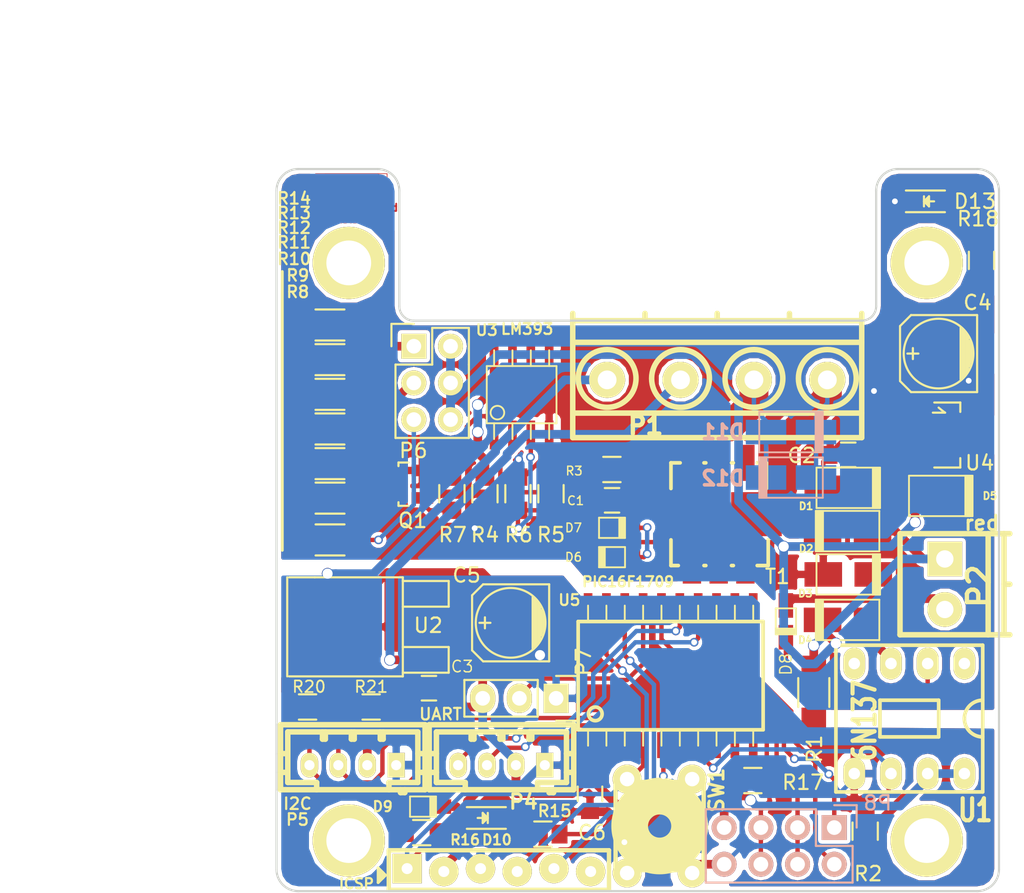
<source format=kicad_pcb>
(kicad_pcb (version 4) (host pcbnew 4.0.1-stable)
  (layers (0 F.Cu signal) (31 B.Cu signal) (34 B.Paste user) (35 F.Paste user) (36 B.SilkS user) (37 F.SilkS user) (38 B.Mask user) (39 F.Mask user) (44 Edge.Cuts user))
  (net 0 "")
  (net 1 "Net-(C1-Pad1)")
  (net 2 "Net-(C1-Pad2)")
  (net 3 GNDA)
  (net 4 GND)
  (net 5 +5V)
  (net 6 VCC)
  (net 7 /red)
  (net 8 /brown)
  (net 9 "Net-(D3-Pad2)")
  (net 10 /TxD)
  (net 11 /RxD)
  (net 12 /SCL)
  (net 13 /SDA)
  (net 14 "Net-(P7-Pad2)")
  (net 15 /RPWM)
  (net 16 /LPWM)
  (net 17 /ENABLE)
  (net 18 /SENSE)
  (net 19 "Net-(Q1-Pad1)")
  (net 20 "Net-(Q1-Pad3)")
  (net 21 /PULSE)
  (net 22 "Net-(R3-Pad1)")
  (net 23 /_GB_OUT)
  (net 24 /LED)
  (net 25 /MCLR)
  (net 26 "Net-(U5-Pad6)")
  (net 27 "Net-(U5-Pad8)")
  (net 28 "Net-(U5-Pad9)")
  (net 29 "Net-(U5-Pad10)")
  (net 30 /PGC)
  (net 31 /PGD)
  (net 32 "Net-(JP1-Pad6)")
  (net 33 "Net-(D8-Pad2)")
  (net 34 "Net-(D9-Pad1)")
  (net 35 "Net-(D10-Pad1)")
  (net 36 /18V+)
  (net 37 /VI)
  (net 38 "Net-(P6-Pad1)")
  (net 39 "Net-(P6-Pad3)")
  (net 40 "Net-(P6-Pad5)")
  (net 41 "Net-(D11-Pad2)")
  (net 42 "Net-(D11-Pad1)")
  (net 43 "Net-(D13-Pad2)")
  (net 44 "Net-(U3-Pad7)")
  (module Resistors_SMD:R_1206_HandSolderingII (layer F.Cu) (at 124.15 109.45 180)
    (fp_text reference R12 (at 2.484 11.533 180) (layer F.SilkS) (effects (font (size 0.8 0.8))))
    (fp_text value 1K5)
    (pad 1 smd rect (at -1.8 0 180) (size 1.5 1.7) (layers F.Cu F.Paste F.Mask) (net 38 "Net-(P6-Pad1)"))
    (pad 2 smd rect (at 1.8 0 180) (size 1.5 1.7) (layers F.Cu F.Paste F.Mask) (net 20 "Net-(Q1-Pad3)"))
  )
  (module Resistors_SMD:R_1206_HandSolderingII (layer F.Cu) (at 124.15 107.05 180)
    (fp_text reference R13 (at 2.484 10.149 180) (layer F.SilkS) (effects (font (size 0.8 0.8))))
    (fp_text value 1K5)
    (pad 1 smd rect (at -1.8 0 180) (size 1.5 1.7) (layers F.Cu F.Paste F.Mask) (net 38 "Net-(P6-Pad1)"))
    (pad 2 smd rect (at 1.8 0 180) (size 1.5 1.7) (layers F.Cu F.Paste F.Mask) (net 20 "Net-(Q1-Pad3)"))
  )
  (module Connect:1pin (layer F.Cu) (at 165.45 140.35 180)
    (fp_text reference REF** hide)
    (fp_text value 1pin hide)
    (pad 1 thru_hole circle (at 0 0 180) (size 5 5) (drill 3.1) (layers *.Cu *.Mask F.SilkS))
  )
  (module Connect:1pin (layer F.Cu) (at 125.45 140.35 180)
    (fp_text reference REF** hide)
    (fp_text value 1pin hide)
    (pad 1 thru_hole circle (at 0 0 180) (size 5 5) (drill 3.1) (layers *.Cu *.Mask F.SilkS))
  )
  (module Connect:1pin (layer F.Cu) (at 125.45 100.35 180)
    (fp_text reference REF** hide)
    (fp_text value 1pin hide)
    (pad 1 thru_hole circle (at 0 0 180) (size 5 5) (drill 3.1) (layers *.Cu *.Mask F.SilkS))
  )
  (module Capacitors_SMD:C_0805_HandSoldering (layer F.Cu) (at 143.67 116.789 180)
    (fp_text reference C1 (at 2.5222 -0.0256 180) (layer F.SilkS) (effects (font (size 0.6 0.6) (thickness 0.1))))
    (fp_text value 100nF)
    (pad 1 smd rect (at -1.25 0 180) (size 1 1.25) (layers F.Cu F.Paste F.Mask) (net 1 "Net-(C1-Pad1)"))
    (pad 2 smd rect (at 1.25 0 180) (size 1 1.25) (layers F.Cu F.Paste F.Mask) (net 2 "Net-(C1-Pad2)"))
  )
  (module Capacitors_SMD:C_0805_HandSoldering (layer F.Cu) (at 160.02 113.6396 180)
    (fp_text reference C2 (at 3.2258 -0.0508 360) (layer F.SilkS))
    (fp_text value 100nF)
    (pad 1 smd rect (at -1.25 0 180) (size 1 1.25) (layers F.Cu F.Paste F.Mask) (net 37 /VI))
    (pad 2 smd rect (at 1.25 0 180) (size 1 1.25) (layers F.Cu F.Paste F.Mask) (net 3 GNDA))
  )
  (module Capacitors_SMD:C_0805_HandSoldering (layer F.Cu) (at 131 129.8 180)
    (fp_text reference C3 (at -2.3 1.5 180) (layer F.SilkS) (effects (font (size 0.8 0.8) (thickness 0.1))))
    (fp_text value 100nF)
    (pad 1 smd rect (at -1.25 0 180) (size 1 1.25) (layers F.Cu F.Paste F.Mask) (net 36 /18V+))
    (pad 2 smd rect (at 1.25 0 180) (size 1 1.25) (layers F.Cu F.Paste F.Mask) (net 4 GND))
  )
  (module Capacitors_SMD:C_0805_HandSoldering (layer F.Cu) (at 142.146 137.109 270)
    (fp_text reference C6 (at 2.6926 -0.1448 360) (layer F.SilkS))
    (fp_text value C)
    (pad 1 smd rect (at -1.25 0 270) (size 1 1.25) (layers F.Cu F.Paste F.Mask) (net 6 VCC))
    (pad 2 smd rect (at 1.25 0 270) (size 1 1.25) (layers F.Cu F.Paste F.Mask) (net 4 GND))
  )
  (module w_conn_jst-ph:b4b-ph-kl (layer F.Cu) (at 136.017 135.128 180)
    (fp_text reference P4 (at -1.524 -2.54 180) (layer F.SilkS) (effects (font (thickness 0.2))))
    (fp_text value UART (at 4.217 3.528 180) (layer F.SilkS) (effects (font (size 0.8 0.8))))
    (pad 1 thru_hole rect (at -3.00228 0 180) (size 1.19888 1.69926) (drill 0.70104) (layers *.Cu *.Mask F.SilkS) (net 4 GND))
    (pad 3 thru_hole oval (at 1.00076 0 180) (size 1.19888 1.69926) (drill 0.70104) (layers *.Cu *.Mask F.SilkS) (net 10 /TxD))
    (pad 2 thru_hole oval (at -1.00076 0 180) (size 1.19888 1.69926) (drill 0.70104) (layers *.Cu *.Mask F.SilkS) (net 6 VCC))
    (pad 4 thru_hole oval (at 2.99974 0 180) (size 1.19888 1.69926) (drill 0.70104) (layers *.Cu *.Mask F.SilkS) (net 11 /RxD))
  )
  (module w_conn_jst-ph:b4b-ph-kl (layer F.Cu) (at 125.73 135.128 180)
    (fp_text reference P5 (at 3.83 -3.772 180) (layer F.SilkS) (effects (font (size 0.8 0.8))))
    (fp_text value I2C (at 3.83 -2.672 180) (layer F.SilkS) (effects (font (size 0.8 0.8))))
    (pad 1 thru_hole rect (at -3.00228 0 180) (size 1.19888 1.69926) (drill 0.70104) (layers *.Cu *.Mask F.SilkS) (net 4 GND))
    (pad 3 thru_hole oval (at 1.00076 0 180) (size 1.19888 1.69926) (drill 0.70104) (layers *.Cu *.Mask F.SilkS) (net 13 /SDA))
    (pad 2 thru_hole oval (at -1.00076 0 180) (size 1.19888 1.69926) (drill 0.70104) (layers *.Cu *.Mask F.SilkS) (net 6 VCC))
    (pad 4 thru_hole oval (at 2.99974 0 180) (size 1.19888 1.69926) (drill 0.70104) (layers *.Cu *.Mask F.SilkS) (net 12 /SCL))
  )
  (module Pin_Headers:Pin_Header_Straight_2x03 (layer F.Cu) (at 129.954 106.121)
    (fp_text reference P6 (at -0.033 7.2265) (layer F.SilkS))
    (fp_text value CONN_02X03 hide)
    (pad 1 thru_hole rect (at 0 0) (size 1.7272 1.7272) (drill 1.016) (layers *.Cu *.Mask F.SilkS) (net 38 "Net-(P6-Pad1)"))
    (pad 2 thru_hole oval (at 2.54 0) (size 1.7272 1.7272) (drill 1.016) (layers *.Cu *.Mask F.SilkS) (net 9 "Net-(D3-Pad2)"))
    (pad 3 thru_hole oval (at 0 2.54) (size 1.7272 1.7272) (drill 1.016) (layers *.Cu *.Mask F.SilkS) (net 39 "Net-(P6-Pad3)"))
    (pad 4 thru_hole oval (at 2.54 2.54) (size 1.7272 1.7272) (drill 1.016) (layers *.Cu *.Mask F.SilkS) (net 9 "Net-(D3-Pad2)"))
    (pad 5 thru_hole oval (at 0 5.08) (size 1.7272 1.7272) (drill 1.016) (layers *.Cu *.Mask F.SilkS) (net 40 "Net-(P6-Pad5)"))
    (pad 6 thru_hole oval (at 2.54 5.08) (size 1.7272 1.7272) (drill 1.016) (layers *.Cu *.Mask F.SilkS) (net 9 "Net-(D3-Pad2)"))
  )
  (module Pin_Headers:Pin_Header_Straight_1x03 (layer F.Cu) (at 139.8 130.5 270)
    (fp_text reference P7 (at -2.5144 -1.8974 270) (layer F.SilkS))
    (fp_text value POTI)
    (pad 1 thru_hole rect (at 0 0 270) (size 2.032 1.7272) (drill 1.016) (layers *.Cu *.Mask F.SilkS) (net 4 GND))
    (pad 2 thru_hole oval (at 0 2.54 270) (size 2.032 1.7272) (drill 1.016) (layers *.Cu *.Mask F.SilkS) (net 14 "Net-(P7-Pad2)"))
    (pad 3 thru_hole oval (at 0 5.08 270) (size 2.032 1.7272) (drill 1.016) (layers *.Cu *.Mask F.SilkS) (net 6 VCC))
  )
  (module TO_SOT_Packages_SMD:SOT-23 (layer F.Cu) (at 129.54 115.6716 90)
    (fp_text reference Q1 (at -2.5146 0.3302 180) (layer F.SilkS))
    (fp_text value BC817-40)
    (pad 1 smd rect (at -0.95 1.00076 90) (size 0.8001 1.5) (layers F.Cu F.Paste F.Mask) (net 19 "Net-(Q1-Pad1)"))
    (pad 2 smd rect (at 0.95 1.00076 90) (size 0.8001 1.5) (layers F.Cu F.Paste F.Mask) (net 3 GNDA))
    (pad 3 smd rect (at 0 -0.99822 90) (size 0.8 1.8) (layers F.Cu F.Paste F.Mask) (net 20 "Net-(Q1-Pad3)"))
  )
  (module 78xx:TO-252-2Lead (layer F.Cu) (at 130.716 125.552 90)
    (fp_text reference U2 (at 0.102 0.234 180) (layer F.SilkS))
    (fp_text value 7805)
    (pad VI smd rect (at -2.286 0 90) (size 1.651 3.048) (layers F.Cu F.Paste F.Mask) (net 36 /18V+))
    (pad 1 smd rect (at 0 -6.35 90) (size 6.096 6.096) (layers F.Cu F.Paste F.Mask) (net 4 GND))
    (pad VO smd rect (at 2.286 0 90) (size 1.651 3.048) (layers F.Cu F.Paste F.Mask) (net 6 VCC))
  )
  (module w_smd_dil:so-8 (layer F.Cu) (at 137.414 109.474)
    (fp_text reference U3 (at -2.413 -4.4704) (layer F.SilkS) (effects (font (size 0.7493 0.7493) (thickness 0.14986))))
    (fp_text value LM393 (at 0.381 -4.5466 180) (layer F.SilkS) (effects (font (size 0.7493 0.7493) (thickness 0.14986))))
    (pad 1 smd rect (at -1.905 2.794) (size 0.59944 1.99898) (layers F.Cu F.Paste F.Mask) (net 23 /_GB_OUT))
    (pad 2 smd rect (at -0.635 2.794) (size 0.59944 1.99898) (layers F.Cu F.Paste F.Mask) (net 22 "Net-(R3-Pad1)"))
    (pad 3 smd rect (at 0.635 2.794) (size 0.59944 1.99898) (layers F.Cu F.Paste F.Mask) (net 2 "Net-(C1-Pad2)"))
    (pad 4 smd rect (at 1.905 2.794) (size 0.59944 1.99898) (layers F.Cu F.Paste F.Mask) (net 3 GNDA))
    (pad 5 smd rect (at 1.905 -2.794) (size 0.59944 1.99898) (layers F.Cu F.Paste F.Mask) (net 3 GNDA))
    (pad 6 smd rect (at 0.635 -2.794) (size 0.59944 1.99898) (layers F.Cu F.Paste F.Mask) (net 3 GNDA))
    (pad 7 smd rect (at -0.635 -2.794) (size 0.59944 1.99898) (layers F.Cu F.Paste F.Mask) (net 44 "Net-(U3-Pad7)"))
    (pad 8 smd rect (at -1.905 -2.794) (size 0.59944 1.99898) (layers F.Cu F.Paste F.Mask) (net 5 +5V))
  )
  (module w_smd_dil:soic-20 (layer F.Cu) (at 147.7264 128.9304)
    (fp_text reference U5 (at -7.0104 -5.2324) (layer F.SilkS) (effects (font (size 0.7493 0.7493) (thickness 0.14986))))
    (fp_text value PIC16F1709 (at -2.9464 -6.5024 180) (layer F.SilkS) (effects (font (size 0.7 0.7) (thickness 0.14986))))
    (pad 1 smd rect (at -5.715 4.81076) (size 0.6 1.8) (layers F.Cu F.Paste F.Mask) (net 6 VCC))
    (pad 2 smd rect (at -4.445 4.81076) (size 0.6 1.8) (layers F.Cu F.Paste F.Mask) (net 12 /SCL))
    (pad 3 smd rect (at -3.175 4.81076) (size 0.6 1.8) (layers F.Cu F.Paste F.Mask) (net 13 /SDA))
    (pad 4 smd rect (at -1.905 4.81076) (size 0.6 1.8) (layers F.Cu F.Paste F.Mask) (net 25 /MCLR))
    (pad 5 smd rect (at -0.635 4.81076) (size 0.6 1.8) (layers F.Cu F.Paste F.Mask) (net 24 /LED))
    (pad 6 smd rect (at 0.635 4.81076) (size 0.6 1.8) (layers F.Cu F.Paste F.Mask) (net 26 "Net-(U5-Pad6)"))
    (pad 7 smd rect (at 1.905 4.81076) (size 0.6 1.8) (layers F.Cu F.Paste F.Mask) (net 21 /PULSE))
    (pad 8 smd rect (at 3.175 4.81076) (size 0.6 1.8) (layers F.Cu F.Paste F.Mask) (net 27 "Net-(U5-Pad8)"))
    (pad 9 smd rect (at 4.445 4.81076) (size 0.6 1.8) (layers F.Cu F.Paste F.Mask) (net 28 "Net-(U5-Pad9)"))
    (pad 10 smd rect (at 5.715 4.81076) (size 0.6 1.8) (layers F.Cu F.Paste F.Mask) (net 29 "Net-(U5-Pad10)"))
    (pad 11 smd rect (at 5.715 -4.81076) (size 0.6 1.8) (layers F.Cu F.Paste F.Mask) (net 16 /LPWM))
    (pad 12 smd rect (at 4.445 -4.81076) (size 0.6 1.8) (layers F.Cu F.Paste F.Mask) (net 15 /RPWM))
    (pad 13 smd rect (at 3.175 -4.81076) (size 0.6 1.8) (layers F.Cu F.Paste F.Mask) (net 17 /ENABLE))
    (pad 14 smd rect (at 1.905 -4.81076) (size 0.6 1.8) (layers F.Cu F.Paste F.Mask) (net 10 /TxD))
    (pad 15 smd rect (at 0.635 -4.81076) (size 0.6 1.8) (layers F.Cu F.Paste F.Mask) (net 11 /RxD))
    (pad 16 smd rect (at -0.635 -4.81076) (size 0.6 1.8) (layers F.Cu F.Paste F.Mask) (net 18 /SENSE))
    (pad 17 smd rect (at -1.905 -4.81076) (size 0.6 1.8) (layers F.Cu F.Paste F.Mask) (net 14 "Net-(P7-Pad2)"))
    (pad 18 smd rect (at -3.175 -4.81076) (size 0.6 1.8) (layers F.Cu F.Paste F.Mask) (net 30 /PGC))
    (pad 19 smd rect (at -4.445 -4.81076) (size 0.6 1.8) (layers F.Cu F.Paste F.Mask) (net 31 /PGD))
    (pad 20 smd rect (at -5.715 -4.81076) (size 0.6 1.8) (layers F.Cu F.Paste F.Mask) (net 4 GND))
  )
  (module ICSP:ICSP (layer F.Cu) (at 129.4892 142.3924)
    (fp_text reference JP1 hide)
    (fp_text value ICSP (at -3.5052 0.9398) (layer F.SilkS) (effects (font (size 0.7 0.7))))
    (pad 1 thru_hole rect (at 0 -0.1016) (size 2.032 2.032) (drill 0.762) (layers *.Cu *.Mask F.SilkS) (net 25 /MCLR))
    (pad 2 thru_hole circle (at 2.54 0.1016) (size 2.032 2.032) (drill 0.762) (layers *.Cu *.Mask F.SilkS) (net 6 VCC))
    (pad 3 thru_hole circle (at 5.08 -0.1016) (size 2.032 2.032) (drill 0.762) (layers *.Cu *.Mask F.SilkS) (net 4 GND))
    (pad 4 thru_hole circle (at 7.62 0.1016) (size 2.032 2.032) (drill 0.762) (layers *.Cu *.Mask F.SilkS) (net 31 /PGD))
    (pad 5 thru_hole circle (at 10.16 -0.1016) (size 2.032 2.032) (drill 0.762) (layers *.Cu *.Mask F.SilkS) (net 30 /PGC))
    (pad 6 thru_hole circle (at 12.7 0.1016) (size 2.032 2.032) (drill 0.762) (layers *.Cu *.Mask F.SilkS) (net 32 "Net-(JP1-Pad6)"))
  )
  (module w_smd_diode:sod323 (layer F.Cu) (at 143.67 120.726 180)
    (fp_text reference D6 (at 2.667 0 180) (layer F.SilkS) (effects (font (size 0.6 0.6) (thickness 0.09906))))
    (fp_text value 1N4148 hide)
    (pad 2 smd rect (at 1.09982 0 180) (size 1.7 1) (layers F.Cu F.Paste F.Mask) (net 2 "Net-(C1-Pad2)"))
    (pad 1 smd rect (at -1.09982 0 180) (size 1.7 1) (layers F.Cu F.Paste F.Mask) (net 1 "Net-(C1-Pad1)"))
  )
  (module w_smd_diode:sod323 (layer F.Cu) (at 143.67 118.694)
    (fp_text reference D7 (at -2.667 0) (layer F.SilkS) (effects (font (size 0.6 0.6) (thickness 0.09906))))
    (fp_text value 1N4148 hide)
    (pad 2 smd rect (at 1.09982 0) (size 1.7 1) (layers F.Cu F.Paste F.Mask) (net 1 "Net-(C1-Pad1)"))
    (pad 1 smd rect (at -1.09982 0) (size 1.7 1) (layers F.Cu F.Paste F.Mask) (net 2 "Net-(C1-Pad2)"))
  )
  (module w_smd_diode:sod323 (layer F.Cu) (at 130.589 137.998)
    (fp_text reference D9 (at -2.794 0) (layer F.SilkS) (effects (font (size 0.7 0.7))))
    (fp_text value BAT43 hide)
    (pad 2 smd rect (at 1.09982 0) (size 1.7 1) (layers F.Cu F.Paste F.Mask) (net 6 VCC))
    (pad 1 smd rect (at -1.09982 0) (size 1.7 1) (layers F.Cu F.Paste F.Mask) (net 34 "Net-(D9-Pad1)"))
  )
  (module LEDs:LED_0805 (layer F.Cu) (at 134.7216 138.7856 180)
    (fp_text reference D10 (at -0.9784 -1.5144 180) (layer F.SilkS) (effects (font (size 0.7 0.7))))
    (fp_text value LED)
    (pad 2 smd rect (at 1.04902 0) (size 1.2 1.2) (layers F.Cu F.Paste F.Mask) (net 6 VCC))
    (pad 1 smd rect (at -1.04902 0) (size 1.2 1.2) (layers F.Cu F.Paste F.Mask) (net 35 "Net-(D10-Pad1)"))
  )
  (module Socket_Strips:Socket_Strip_Straight_2x04 (layer B.Cu) (at 159.05 139.45 180)
    (fp_text reference P8 (at -3 1.7 180) (layer B.SilkS) (effects (justify mirror)))
    (fp_text value IBT-2)
    (pad 1 thru_hole rect (at 0 0 180) (size 1.7272 1.7272) (drill 1.016) (layers *.Cu *.Mask B.SilkS) (net 15 /RPWM))
    (pad 2 thru_hole oval (at 0 -2.54 180) (size 1.7272 1.7272) (drill 1.016) (layers *.Cu *.Mask B.SilkS) (net 16 /LPWM))
    (pad 3 thru_hole oval (at 2.54 0 180) (size 1.7272 1.7272) (drill 1.016) (layers *.Cu *.Mask B.SilkS) (net 17 /ENABLE))
    (pad 4 thru_hole oval (at 2.54 -2.54 180) (size 1.7272 1.7272) (drill 1.016) (layers *.Cu *.Mask B.SilkS) (net 17 /ENABLE))
    (pad 5 thru_hole oval (at 5.08 0 180) (size 1.7272 1.7272) (drill 1.016) (layers *.Cu *.Mask B.SilkS) (net 18 /SENSE))
    (pad 6 thru_hole oval (at 5.08 -2.54 180) (size 1.7272 1.7272) (drill 1.016) (layers *.Cu *.Mask B.SilkS) (net 18 /SENSE))
    (pad 7 thru_hole oval (at 7.62 0 180) (size 1.7272 1.7272) (drill 1.016) (layers *.Cu *.Mask B.SilkS) (net 6 VCC))
    (pad 8 thru_hole oval (at 7.62 -2.54 180) (size 1.7272 1.7272) (drill 1.016) (layers *.Cu *.Mask B.SilkS) (net 4 GND))
  )
  (module Connect:1pin (layer F.Cu) (at 165.45 100.35 180)
    (fp_text reference REF** hide)
    (fp_text value 1pin hide)
    (pad 1 thru_hole circle (at 0 0 180) (size 5 5) (drill 3.1) (layers *.Cu *.Mask F.SilkS))
  )
  (module w_pth_circuits:dil_8-300_socket (layer F.Cu) (at 164.244 131.902 180)
    (fp_text reference U1 (at -4.5644 -6.3502 180) (layer F.SilkS) (effects (font (size 1.524 1.143) (thickness 0.28702))))
    (fp_text value 6N137 (at 3.095 -0.12 270) (layer F.SilkS) (effects (font (size 1.524 1.143) (thickness 0.28702))))
    (pad 1 thru_hole oval (at -3.81 3.81 180) (size 1.50114 2.19964) (drill 0.8001) (layers *.Cu *.Mask F.SilkS))
    (pad 2 thru_hole oval (at -1.27 3.81 180) (size 1.50114 2.19964) (drill 0.8001) (layers *.Cu *.Mask F.SilkS) (net 33 "Net-(D8-Pad2)"))
    (pad 3 thru_hole oval (at 1.27 3.81 180) (size 1.50114 2.19964) (drill 0.8001) (layers *.Cu *.Mask F.SilkS) (net 8 /brown))
    (pad 4 thru_hole oval (at 3.81 3.81 180) (size 1.50114 2.19964) (drill 0.8001) (layers *.Cu *.Mask F.SilkS))
    (pad 5 thru_hole oval (at 3.81 -3.81 180) (size 1.50114 2.19964) (drill 0.8001) (layers *.Cu *.Mask F.SilkS) (net 4 GND))
    (pad 6 thru_hole oval (at 1.27 -3.81 180) (size 1.50114 2.19964) (drill 0.8001) (layers *.Cu *.Mask F.SilkS) (net 21 /PULSE))
    (pad 7 thru_hole oval (at -1.27 -3.81 180) (size 1.50114 2.19964) (drill 0.8001) (layers *.Cu *.Mask F.SilkS) (net 6 VCC))
    (pad 8 thru_hole oval (at -3.81 -3.81 180) (size 1.50114 2.19964) (drill 0.8001) (layers *.Cu *.Mask F.SilkS) (net 6 VCC))
  )
  (module Divers:530x0C (layer F.Cu) (at 151.05 117.75)
    (fp_text reference T1 (at 4.064 4.318) (layer F.SilkS))
    (fp_text value 53040C)
    (pad 8 smd rect (at -2.615 0) (size 3.5 3.05) (layers F.Cu F.Paste F.Mask) (net 42 "Net-(D11-Pad1)"))
    (pad 7 smd rect (at 2.615 0) (size 3.5 3.05) (layers F.Cu F.Paste F.Mask) (net 41 "Net-(D11-Pad2)"))
    (pad 6 smd rect (at -1.85 -3.555) (size 1.27 2.5) (layers F.Cu F.Paste F.Mask))
    (pad 5 smd rect (at 0 -3.555) (size 1.27 2.5) (layers F.Cu F.Paste F.Mask))
    (pad 4 smd rect (at 1.85 -3.555) (size 1.27 2.5) (layers F.Cu F.Paste F.Mask))
    (pad 3 smd rect (at 1.85 3.555) (size 1.27 2.5) (layers F.Cu F.Paste F.Mask) (net 2 "Net-(C1-Pad2)"))
    (pad 1 smd rect (at -1.85 3.555) (size 1.27 2.5) (layers F.Cu F.Paste F.Mask) (net 1 "Net-(C1-Pad1)"))
    (pad 2 smd rect (at 0 3.555) (size 1.27 2.5) (layers F.Cu F.Paste F.Mask))
  )
  (module w_conn_pt-1,5:pt_1,5-2-3,5-h (layer F.Cu) (at 167.4 122.6 90)
    (fp_text reference P2 (at -0.127 1.651 90) (layer F.SilkS) (effects (font (size 1.5 1.5) (thickness 0.3))))
    (fp_text value Gleisbox hide)
    (pad 2 thru_hole circle (at -1.75 -0.7 90) (size 2.4 2.4) (drill 1.2) (layers *.Cu *.Mask F.SilkS) (net 8 /brown))
    (pad 1 thru_hole rect (at 1.75 -0.7 90) (size 2.4 2.4) (drill 1.2) (layers *.Cu *.Mask F.SilkS) (net 7 /red))
  )
  (module TO_SOT_Packages_SMD:SOT89-3_Housing_Handsoldering (layer F.Cu) (at 166.4716 112.268 270)
    (fp_text reference U4 (at 1.9304 -2.6416 360) (layer F.SilkS))
    (fp_text value 78L05)
    (pad 1 smd rect (at -1.50114 2.35204 270) (size 1.00076 2.5019) (layers F.Cu F.Paste F.Mask) (net 5 +5V))
    (pad 2 smd rect (at 0 2.35204 270) (size 1.00076 2.5019) (layers F.Cu F.Paste F.Mask) (net 3 GNDA))
    (pad 3 smd rect (at 1.50114 2.35204 270) (size 1.00076 2.5019) (layers F.Cu F.Paste F.Mask) (net 37 /VI))
    (pad 2 smd rect (at 0 -1.6002 270) (size 1.99898 4.0005) (layers F.Cu F.Paste F.Mask))
    (pad 2 smd trapezoid (at 0 0.7493 90) (size 1.50114 0.7493) (rect_delta 0 0.50038) (layers F.Cu F.Paste F.Mask))
  )
  (module w_conn_mkds:akl0711,5-4 (layer F.Cu) (at 150.95 108.45 180)
    (fp_text reference P1 (at 4.953 -3.175 180) (layer F.SilkS) (effects (font (size 1.2 1.2) (thickness 0.3))))
    (fp_text value CONN_01X04 hide)
    (pad 4 thru_hole circle (at 7.62 0 180) (size 2.5 2.5) (drill 1.3) (layers *.Cu *.Mask F.SilkS) (net 4 GND))
    (pad 3 thru_hole circle (at 2.54 0 180) (size 2.5 2.5) (drill 1.3) (layers *.Cu *.Mask F.SilkS) (net 36 /18V+))
    (pad 1 thru_hole circle (at -7.62 0 180) (size 2.5 2.5) (drill 1.3) (layers *.Cu *.Mask F.SilkS) (net 41 "Net-(D11-Pad2)"))
    (pad 2 thru_hole circle (at -2.54 0 180) (size 2.5 2.5) (drill 1.3) (layers *.Cu *.Mask F.SilkS) (net 42 "Net-(D11-Pad1)"))
  )
  (module w_smd_diode:do214ac (layer F.Cu) (at 159.9692 125.0696 180)
    (fp_text reference D4 (at 2.921 -1.397 180) (layer F.SilkS) (effects (font (size 0.50038 0.50038) (thickness 0.11938))))
    (fp_text value US1M hide)
    (pad 2 smd rect (at 1.72974 0 180) (size 2.6 1.69926) (layers F.Cu F.Paste F.Mask) (net 9 "Net-(D3-Pad2)"))
    (pad 1 smd rect (at -1.72974 0 180) (size 2.6 1.69926) (layers F.Cu F.Paste F.Mask) (net 8 /brown))
  )
  (module w_smd_diode:do214ac (layer F.Cu) (at 160.02 121.92)
    (fp_text reference D2 (at -2.921 -1.778) (layer F.SilkS) (effects (font (size 0.50038 0.50038) (thickness 0.11938))))
    (fp_text value US1M hide)
    (pad 2 smd rect (at 1.72974 0) (size 2.6 1.69926) (layers F.Cu F.Paste F.Mask) (net 8 /brown))
    (pad 1 smd rect (at -1.72974 0) (size 2.6 1.69926) (layers F.Cu F.Paste F.Mask) (net 3 GNDA))
  )
  (module w_smd_diode:do214ac (layer F.Cu) (at 159.9692 118.9228 180)
    (fp_text reference D3 (at 2.921 -4.318 180) (layer F.SilkS) (effects (font (size 0.50038 0.50038) (thickness 0.11938))))
    (fp_text value US1M hide)
    (pad 2 smd rect (at 1.72974 0 180) (size 2.6 1.69926) (layers F.Cu F.Paste F.Mask) (net 9 "Net-(D3-Pad2)"))
    (pad 1 smd rect (at -1.72974 0 180) (size 2.6 1.69926) (layers F.Cu F.Paste F.Mask) (net 7 /red))
  )
  (module w_smd_diode:do214ac (layer F.Cu) (at 160.02 115.9256)
    (fp_text reference D1 (at -2.921 1.27) (layer F.SilkS) (effects (font (size 0.50038 0.50038) (thickness 0.11938))))
    (fp_text value US1M hide)
    (pad 2 smd rect (at 1.72974 0) (size 2.6 1.69926) (layers F.Cu F.Paste F.Mask) (net 7 /red))
    (pad 1 smd rect (at -1.72974 0) (size 2.6 1.69926) (layers F.Cu F.Paste F.Mask) (net 3 GNDA))
  )
  (module w_smd_diode:do214ac (layer F.Cu) (at 166.4208 116.4844)
    (fp_text reference D5 (at 3.4 0) (layer F.SilkS) (effects (font (size 0.50038 0.50038) (thickness 0.11938))))
    (fp_text value US1M hide)
    (pad 2 smd rect (at 1.72974 0) (size 2.10058 1.69926) (layers F.Cu F.Paste F.Mask) (net 37 /VI))
    (pad 1 smd rect (at -1.72974 0) (size 2.10058 1.69926) (layers F.Cu F.Paste F.Mask) (net 9 "Net-(D3-Pad2)"))
  )
  (module w_smd_diode:sod323 (layer F.Cu) (at 155.702 125.1712 270)
    (fp_text reference D8 (at 2.9718 0 270) (layer F.SilkS) (effects (font (size 0.8 0.8) (thickness 0.09906))))
    (fp_text value 1N4148 hide)
    (pad 2 smd rect (at 1.09982 0 270) (size 1.7 1) (layers F.Cu F.Paste F.Mask) (net 33 "Net-(D8-Pad2)"))
    (pad 1 smd rect (at -1.09982 0 270) (size 1.7 1) (layers F.Cu F.Paste F.Mask) (net 8 /brown))
  )
  (module Capacitors_SMD:c_elec_5x5.3 (layer F.Cu) (at 166.2684 106.6292 180)
    (fp_text reference C4 (at -2.6924 3.5306 180) (layer F.SilkS))
    (fp_text value 10uF)
    (pad 1 smd rect (at 2.19964 0 180) (size 2.99974 1.6002) (layers F.Cu F.Paste F.Mask) (net 5 +5V))
    (pad 2 smd rect (at -2.19964 0 180) (size 2.99974 1.6002) (layers F.Cu F.Paste F.Mask) (net 3 GNDA))
  )
  (module Capacitors_SMD:c_elec_5x5.3 (layer F.Cu) (at 136.652 125.2728 180)
    (fp_text reference C5 (at 3.048 3.302 180) (layer F.SilkS))
    (fp_text value 10uF)
    (pad 1 smd rect (at 2.19964 0 180) (size 2.99974 1.6002) (layers F.Cu F.Paste F.Mask) (net 6 VCC))
    (pad 2 smd rect (at -2.19964 0 180) (size 2.99974 1.6002) (layers F.Cu F.Paste F.Mask) (net 4 GND))
  )
  (module w_switch:PCB_PUSH (layer F.Cu) (at 146.9644 139.3444 180)
    (fp_text reference SW1 (at -3.937 2.4892 270) (layer F.SilkS) (effects (font (thickness 0.2))))
    (fp_text value SW_PUSH hide)
    (pad 1 thru_hole circle (at -2.25044 -3.2512 180) (size 1.99898 1.99898) (drill 1.00076) (layers *.Cu *.Mask F.SilkS) (net 4 GND))
    (pad 2 thru_hole circle (at 2.25044 3.2512 180) (size 1.99898 1.99898) (drill 1.00076) (layers *.Cu *.Mask F.SilkS) (net 25 /MCLR))
    (pad 4 thru_hole circle (at 2.25044 -3.2512 180) (size 1.99898 1.99898) (drill 1.00076) (layers *.Cu *.Mask F.SilkS))
    (pad 3 thru_hole circle (at -2.25044 3.2512 180) (size 1.99898 1.99898) (drill 1.00076) (layers *.Cu *.Mask F.SilkS))
  )
  (module w_smd_diode:do214ac (layer B.Cu) (at 156.0576 112.0648)
    (fp_text reference D11 (at -4.7244 0) (layer B.SilkS) (effects (font (thickness 0.25)) (justify mirror)))
    (fp_text value US1M hide)
    (pad 2 smd rect (at 1.72974 0) (size 2.8 1.7) (layers B.Cu B.Paste B.Mask) (net 41 "Net-(D11-Pad2)"))
    (pad 1 smd rect (at -1.72974 0) (size 2.8 1.7) (layers B.Cu B.Paste B.Mask) (net 42 "Net-(D11-Pad1)"))
  )
  (module w_smd_diode:do214ac (layer B.Cu) (at 156.0576 115.2144 180)
    (fp_text reference D12 (at 4.7244 -0.0508 180) (layer B.SilkS) (effects (font (thickness 0.25)) (justify mirror)))
    (fp_text value US1M hide)
    (pad 2 smd rect (at 1.72974 0 180) (size 2.8 1.69926) (layers B.Cu B.Paste B.Mask) (net 42 "Net-(D11-Pad1)"))
    (pad 1 smd rect (at -1.72974 0 180) (size 2.8 1.7) (layers B.Cu B.Paste B.Mask) (net 41 "Net-(D11-Pad2)"))
  )
  (module Resistors_SMD:R_1206_HandSolderingII (layer F.Cu) (at 124.15 111.85 180)
    (fp_text reference R11 (at 2.484 12.917 180) (layer F.SilkS) (effects (font (size 0.8 0.8))))
    (fp_text value 1K5)
    (pad 1 smd rect (at -1.8 0 180) (size 1.5 1.7) (layers F.Cu F.Paste F.Mask) (net 38 "Net-(P6-Pad1)"))
    (pad 2 smd rect (at 1.8 0 180) (size 1.5 1.7) (layers F.Cu F.Paste F.Mask) (net 20 "Net-(Q1-Pad3)"))
  )
  (module Resistors_SMD:R_1206_HandSolderingII (layer F.Cu) (at 124.15 114.25 180)
    (fp_text reference R10 (at 2.484 14.174 180) (layer F.SilkS) (effects (font (size 0.8 0.8))))
    (fp_text value 1K5)
    (pad 1 smd rect (at -1.8 0 180) (size 1.5 1.7) (layers F.Cu F.Paste F.Mask) (net 39 "Net-(P6-Pad3)"))
    (pad 2 smd rect (at 1.8 0 180) (size 1.5 1.7) (layers F.Cu F.Paste F.Mask) (net 20 "Net-(Q1-Pad3)"))
  )
  (module Resistors_SMD:R_1206_HandSolderingII (layer F.Cu) (at 124.1552 116.6368 180)
    (fp_text reference R9 (at 2.2352 15.4178 180) (layer F.SilkS) (effects (font (size 0.8 0.8))))
    (fp_text value 1K5)
    (pad 1 smd rect (at -1.8 0 180) (size 1.5 1.7) (layers F.Cu F.Paste F.Mask) (net 39 "Net-(P6-Pad3)"))
    (pad 2 smd rect (at 1.8 0 180) (size 1.5 1.7) (layers F.Cu F.Paste F.Mask) (net 20 "Net-(Q1-Pad3)"))
  )
  (module Resistors_SMD:R_1206_HandSolderingII (layer F.Cu) (at 124.1552 119.5324 180)
    (fp_text reference R8 (at 2.2352 17.1704 180) (layer F.SilkS) (effects (font (size 0.8 0.8))))
    (fp_text value 1K5)
    (pad 1 smd rect (at -1.8 0 180) (size 1.5 1.7) (layers F.Cu F.Paste F.Mask) (net 40 "Net-(P6-Pad5)"))
    (pad 2 smd rect (at 1.8 0 180) (size 1.5 1.7) (layers F.Cu F.Paste F.Mask) (net 20 "Net-(Q1-Pad3)"))
  )
  (module Resistors_SMD:R_1206_HandSolderingII (layer F.Cu) (at 157.6324 130.0988 90)
    (fp_text reference R1 (at -3.9116 0.0508 90) (layer F.SilkS))
    (fp_text value 1k5)
    (pad 1 smd rect (at -1.8 0 90) (size 1.5 1.7) (layers F.Cu F.Paste F.Mask) (net 33 "Net-(D8-Pad2)"))
    (pad 2 smd rect (at 1.8 0 90) (size 1.5 1.7) (layers F.Cu F.Paste F.Mask) (net 7 /red))
  )
  (module Resistors_SMD:R_1206_HandSolderingII (layer F.Cu) (at 124.15 104.65 180)
    (fp_text reference R14 (at 2.484 8.765 180) (layer F.SilkS) (effects (font (size 0.8 0.8))))
    (fp_text value 1K5)
    (pad 1 smd rect (at -1.8 0 180) (size 1.5 1.7) (layers F.Cu F.Paste F.Mask) (net 38 "Net-(P6-Pad1)"))
    (pad 2 smd rect (at 1.8 0 180) (size 1.5 1.7) (layers F.Cu F.Paste F.Mask) (net 20 "Net-(Q1-Pad3)"))
  )
  (module Resistors_SMD:R_0805_HandSolderingII (layer F.Cu) (at 132.588 116.332 270)
    (fp_text reference R7 (at 2.8448 -0.0508 360) (layer F.SilkS))
    (fp_text value 1k)
    (pad 1 smd rect (at -1.15 0 270) (size 1.2 1.3) (layers F.Cu F.Paste F.Mask) (net 23 /_GB_OUT))
    (pad 2 smd rect (at 1.15 0 270) (size 1.2 1.3) (layers F.Cu F.Paste F.Mask) (net 19 "Net-(Q1-Pad1)"))
  )
  (module Resistors_SMD:R_0805_HandSolderingII (layer F.Cu) (at 134.874 116.332 90)
    (fp_text reference R4 (at -2.8448 0 180) (layer F.SilkS))
    (fp_text value 4k7)
    (pad 1 smd rect (at -1.15 0 90) (size 1.2 1.3) (layers F.Cu F.Paste F.Mask) (net 22 "Net-(R3-Pad1)"))
    (pad 2 smd rect (at 1.15 0 90) (size 1.2 1.3) (layers F.Cu F.Paste F.Mask) (net 5 +5V))
  )
  (module Resistors_SMD:R_0805_HandSolderingII (layer F.Cu) (at 137.16 116.332 270)
    (fp_text reference R6 (at 2.8448 -0.0508 360) (layer F.SilkS))
    (fp_text value 4k7)
    (pad 1 smd rect (at -1.15 0 270) (size 1.2 1.3) (layers F.Cu F.Paste F.Mask) (net 3 GNDA))
    (pad 2 smd rect (at 1.15 0 270) (size 1.2 1.3) (layers F.Cu F.Paste F.Mask) (net 2 "Net-(C1-Pad2)"))
  )
  (module Resistors_SMD:R_0805_HandSolderingII (layer F.Cu) (at 139.446 116.332 270)
    (fp_text reference R5 (at 2.8448 0 360) (layer F.SilkS))
    (fp_text value 82)
    (pad 1 smd rect (at -1.15 0 270) (size 1.2 1.3) (layers F.Cu F.Paste F.Mask) (net 22 "Net-(R3-Pad1)"))
    (pad 2 smd rect (at 1.15 0 270) (size 1.2 1.3) (layers F.Cu F.Paste F.Mask) (net 2 "Net-(C1-Pad2)"))
  )
  (module Resistors_SMD:R_0805_HandSolderingII (layer F.Cu) (at 143.6624 114.6556)
    (fp_text reference R3 (at -2.6162 0.1016) (layer F.SilkS) (effects (font (size 0.6 0.6) (thickness 0.1))))
    (fp_text value 22)
    (pad 1 smd rect (at -1.15 0) (size 1.2 1.3) (layers F.Cu F.Paste F.Mask) (net 22 "Net-(R3-Pad1)"))
    (pad 2 smd rect (at 1.15 0) (size 1.2 1.3) (layers F.Cu F.Paste F.Mask) (net 1 "Net-(C1-Pad1)"))
  )
  (module Resistors_SMD:R_0805_HandSolderingII (layer F.Cu) (at 130.5 139.8 180)
    (fp_text reference R16 (at -3 -0.5 180) (layer F.SilkS) (effects (font (size 0.7 0.7))))
    (fp_text value 4k7)
    (pad 1 smd rect (at -1.15 0 180) (size 1.2 1.3) (layers F.Cu F.Paste F.Mask) (net 25 /MCLR))
    (pad 2 smd rect (at 1.15 0 180) (size 1.2 1.3) (layers F.Cu F.Paste F.Mask) (net 34 "Net-(D9-Pad1)"))
  )
  (module Resistors_SMD:R_0805_HandSolderingII (layer F.Cu) (at 161.1884 139.7 90)
    (fp_text reference R2 (at -2.9464 0.2032 180) (layer F.SilkS))
    (fp_text value 390)
    (pad 1 smd rect (at -1.15 0 90) (size 1.1 1.3) (layers F.Cu F.Paste F.Mask) (net 6 VCC))
    (pad 2 smd rect (at 1.15 0 90) (size 1.2 1.3) (layers F.Cu F.Paste F.Mask) (net 21 /PULSE))
  )
  (module Resistors_SMD:R_0805_HandSolderingII (layer F.Cu) (at 138.8872 139.9032 180)
    (fp_text reference R15 (at -0.8128 1.6002 180) (layer F.SilkS) (effects (font (size 0.8 0.8))))
    (fp_text value 1k5)
    (pad 1 smd rect (at -1.15 0 180) (size 1.1 1.3) (layers F.Cu F.Paste F.Mask) (net 24 /LED))
    (pad 2 smd rect (at 1.15 0 180) (size 1.2 1.3) (layers F.Cu F.Paste F.Mask) (net 35 "Net-(D10-Pad1)"))
  )
  (module Resistors_SMD:R_0805_HandSoldering (layer F.Cu) (at 169.2402 100.1776 90)
    (fp_text reference R18 (at 2.8776 -0.2402 180) (layer F.SilkS))
    (fp_text value R)
    (pad 1 smd rect (at -1.35 0 90) (size 1.5 1.3) (layers F.Cu F.Paste F.Mask) (net 5 +5V))
    (pad 2 smd rect (at 1.35 0 90) (size 1.5 1.3) (layers F.Cu F.Paste F.Mask) (net 43 "Net-(D13-Pad2)"))
  )
  (module LEDs:LED_0805 (layer F.Cu) (at 165.608 96.0882)
    (fp_text reference D13 (at 3.175 0) (layer F.SilkS))
    (fp_text value LED)
    (pad 2 smd rect (at 1.04902 0 180) (size 1.19888 1.19888) (layers F.Cu F.Paste F.Mask) (net 43 "Net-(D13-Pad2)"))
    (pad 1 smd rect (at -1.04902 0 180) (size 1.19888 1.19888) (layers F.Cu F.Paste F.Mask) (net 3 GNDA))
  )
  (module Resistors_SMD:R_0805_HandSolderingII (layer F.Cu) (at 153.416 136.1948)
    (fp_text reference R17 (at 3.4798 0.127) (layer F.SilkS))
    (fp_text value 10k)
    (pad 1 smd rect (at -1.15 0) (size 1.1 1.3) (layers F.Cu F.Paste F.Mask) (net 6 VCC))
    (pad 2 smd rect (at 1.15 0) (size 1.2 1.3) (layers F.Cu F.Paste F.Mask) (net 18 /SENSE))
  )
  (module w_logo:Logo_copper_CC-BY-NC-SA_5x2mm (layer F.Cu) (at 125.6284 95.0214)
    (fp_text reference G*** hide)
    (fp_text value LOGO hide)
    (fp_poly (pts (xy 2.49936 0.87376) (xy 2.45364 0.87376) (xy 2.45364 0.34798) (xy 2.45364 -0.22352) (xy 2.45364 -0.8001) (xy 2.4384 -0.81534) (xy 2.4257 -0.82804) (xy 0 -0.82804) (xy -2.4257 -0.82804) (xy -2.4384 -0.81534) (xy -2.45364 -0.8001) (xy -2.45364 -0.22352) (xy -2.45364 0.34798) (xy -2.36474 0.34798) (xy -2.27584 0.34798) (xy -2.24282 0.39878) (xy -2.19456 0.46482) (xy -2.13868 0.52578) (xy -2.07772 0.57912) (xy -2.00914 0.62484) (xy -1.93548 0.66548) (xy -1.85928 0.69596) (xy -1.778 0.71882) (xy -1.71196 0.72898) (xy -1.67894 0.73152) (xy -1.6383 0.73152) (xy -1.59512 0.73152) (xy -1.55194 0.72644) (xy -1.51384 0.7239) (xy -1.49098 0.71882) (xy -1.40462 0.69596) (xy -1.32588 0.66802) (xy -1.25222 0.62738) (xy -1.18364 0.58166) (xy -1.1176 0.52324) (xy -1.0922 0.49784) (xy -1.06934 0.47244) (xy -1.04648 0.4445) (xy -1.02616 0.4191) (xy -1.01346 0.39878) (xy -0.98044 0.35052) (xy 0.73406 0.34798) (xy 2.45364 0.34798) (xy 2.45364 0.87376) (xy 2.44856 0.87376) (xy 2.44856 0.83312) (xy 2.44856 0.61468) (xy 2.44856 0.3937) (xy 0.7493 0.3937) (xy -0.94742 0.3937) (xy -0.98044 0.43942) (xy -1.01854 0.49276) (xy -1.0541 0.54102) (xy -1.09474 0.57912) (xy -1.13538 0.61214) (xy -1.1811 0.64516) (xy -1.21412 0.66548) (xy -1.27 0.69342) (xy -1.31826 0.71628) (xy -1.36398 0.73406) (xy -1.4097 0.7493) (xy -1.45796 0.762) (xy -1.4605 0.762) (xy -1.53416 0.7747) (xy -1.6002 0.77978) (xy -1.6637 0.77978) (xy -1.72974 0.7747) (xy -1.79832 0.762) (xy -1.87452 0.73914) (xy -1.95072 0.70612) (xy -2.02946 0.66294) (xy -2.1082 0.61214) (xy -2.1336 0.59182) (xy -2.15392 0.57658) (xy -2.17678 0.55372) (xy -2.20218 0.52832) (xy -2.23012 0.50038) (xy -2.25298 0.47244) (xy -2.27584 0.44704) (xy -2.29108 0.42418) (xy -2.2987 0.40894) (xy -2.30886 0.3937) (xy -2.38252 0.3937) (xy -2.45872 0.3937) (xy -2.45872 0.61468) (xy -2.45872 0.83312) (xy -0.00254 0.83312) (xy 2.44856 0.83312) (xy 2.44856 0.87376) (xy 0.00254 0.87376) (xy -2.49174 0.87376) (xy -2.49682 0.80264) (xy -2.49682 0.7874) (xy -2.49682 0.76454) (xy -2.49682 0.73406) (xy -2.49682 0.69342) (xy -2.49682 0.6477) (xy -2.49936 0.5969) (xy -2.49936 0.53848) (xy -2.49936 0.47752) (xy -2.49936 0.41148) (xy -2.49936 0.34036) (xy -2.49936 0.2667) (xy -2.49936 0.1905) (xy -2.49936 0.11176) (xy -2.49936 0.03302) (xy -2.49682 -0.04318) (xy -2.49682 -0.12192) (xy -2.49682 -0.20066) (xy -2.49682 -0.27686) (xy -2.49682 -0.35306) (xy -2.49682 -0.42672) (xy -2.49682 -0.4953) (xy -2.49682 -0.5588) (xy -2.49682 -0.61976) (xy -2.49428 -0.67564) (xy -2.49428 -0.72644) (xy -2.49428 -0.76962) (xy -2.49428 -0.80518) (xy -2.49428 -0.83312) (xy -2.49428 -0.85344) (xy -2.49174 -0.86614) (xy -2.49174 -0.86614) (xy -2.48666 -0.86868) (xy -2.47142 -0.86868) (xy -2.44856 -0.86868) (xy -2.41554 -0.86868) (xy -2.3749 -0.86868) (xy -2.3241 -0.86868) (xy -2.26568 -0.86868) (xy -2.20218 -0.86868) (xy -2.12852 -0.86868) (xy -2.04978 -0.86868) (xy -1.96596 -0.86868) (xy -1.87452 -0.86868) (xy -1.778 -0.87122) (xy -1.6764 -0.87122) (xy -1.56972 -0.87122) (xy -1.45796 -0.87122) (xy -1.34366 -0.87122) (xy -1.22428 -0.87122) (xy -1.10236 -0.87122) (xy -0.97536 -0.87122) (xy -0.84836 -0.87122) (xy -0.71882 -0.87122) (xy -0.5842 -0.87122) (xy -0.45212 -0.87122) (xy -0.31496 -0.87122) (xy -0.18034 -0.87122) (xy -0.04318 -0.87122) (xy 0.09144 -0.87122) (xy 0.22606 -0.87122) (xy 0.36322 -0.87122) (xy 0.49784 -0.87122) (xy 0.62992 -0.87122) (xy 0.762 -0.87122) (xy 0.89154 -0.87122) (xy 1.01854 -0.87122) (xy 1.143 -0.87122) (xy 1.26238 -0.87122) (xy 1.38176 -0.87122) (xy 1.49352 -0.87122) (xy 1.60274 -0.87122) (xy 1.70688 -0.87122) (xy 1.80594 -0.87122) (xy 1.90246 -0.87122) (xy 1.98882 -0.87122) (xy 2.07264 -0.87122) (xy 2.1463 -0.87122) (xy 2.21488 -0.87122) (xy 2.27838 -0.87122) (xy 2.33172 -0.87122) (xy 2.37744 -0.87122) (xy 2.41554 -0.87122) (xy 2.44348 -0.87122) (xy 2.4638 -0.87122) (xy 2.47396 -0.87122) (xy 2.4765 -0.87122) (xy 2.49936 -0.86868) (xy 2.49936 0.00254) (xy 2.49936 0.87376) (xy 2.49936 0.87376)) (layer F.Cu) (width 0.00254))
    (fp_poly (pts (xy 0.99314 0.65786) (xy 0.9906 0.6731) (xy 0.9779 0.70866) (xy 0.96012 0.73406) (xy 0.93472 0.75438) (xy 0.90424 0.76708) (xy 0.86868 0.76962) (xy 0.84582 0.76708) (xy 0.82042 0.762) (xy 0.8001 0.75184) (xy 0.77978 0.7366) (xy 0.76962 0.72644) (xy 0.75184 0.6985) (xy 0.73914 0.66548) (xy 0.73406 0.63246) (xy 0.7366 0.5969) (xy 0.74676 0.56134) (xy 0.76454 0.53086) (xy 0.7747 0.51816) (xy 0.8001 0.49784) (xy 0.83058 0.48514) (xy 0.8636 0.48006) (xy 0.89408 0.4826) (xy 0.92456 0.49276) (xy 0.94996 0.508) (xy 0.97282 0.53086) (xy 0.9779 0.54356) (xy 0.98552 0.5588) (xy 0.98806 0.5715) (xy 0.98806 0.57404) (xy 0.98806 0.57912) (xy 0.98298 0.58166) (xy 0.97028 0.5842) (xy 0.96266 0.5842) (xy 0.94488 0.5842) (xy 0.93726 0.58166) (xy 0.92964 0.57658) (xy 0.9271 0.56896) (xy 0.91186 0.54864) (xy 0.89154 0.53848) (xy 0.87122 0.5334) (xy 0.84836 0.53848) (xy 0.82804 0.54864) (xy 0.8128 0.56642) (xy 0.80772 0.57658) (xy 0.8001 0.5969) (xy 0.79756 0.6223) (xy 0.8001 0.65024) (xy 0.80518 0.6731) (xy 0.80772 0.67818) (xy 0.82296 0.6985) (xy 0.84328 0.7112) (xy 0.86614 0.71882) (xy 0.889 0.71628) (xy 0.89916 0.7112) (xy 0.91186 0.70104) (xy 0.92202 0.6858) (xy 0.92964 0.67056) (xy 0.92964 0.66548) (xy 0.92964 0.66294) (xy 0.93726 0.6604) (xy 0.9525 0.65786) (xy 0.96012 0.65786) (xy 0.99314 0.65786) (xy 0.99314 0.65786)) (layer F.Cu) (width 0.00254))
    (fp_poly (pts (xy 1.76784 0.69342) (xy 1.76276 0.71374) (xy 1.7526 0.73152) (xy 1.74752 0.7366) (xy 1.72974 0.75184) (xy 1.7018 0.76454) (xy 1.67132 0.76962) (xy 1.64084 0.76962) (xy 1.63576 0.76962) (xy 1.6002 0.762) (xy 1.57226 0.74676) (xy 1.55194 0.72644) (xy 1.53924 0.70104) (xy 1.53924 0.6985) (xy 1.5367 0.68326) (xy 1.53924 0.6731) (xy 1.54686 0.67056) (xy 1.56464 0.67056) (xy 1.56972 0.67056) (xy 1.58496 0.67056) (xy 1.59258 0.6731) (xy 1.59766 0.68072) (xy 1.6002 0.68834) (xy 1.61036 0.70612) (xy 1.62814 0.71882) (xy 1.64846 0.7239) (xy 1.67386 0.72136) (xy 1.68656 0.71628) (xy 1.7018 0.70866) (xy 1.70942 0.69596) (xy 1.70688 0.68326) (xy 1.70434 0.67564) (xy 1.69672 0.66802) (xy 1.68402 0.66294) (xy 1.6637 0.65532) (xy 1.6383 0.64516) (xy 1.62306 0.64262) (xy 1.6002 0.635) (xy 1.58242 0.62738) (xy 1.57226 0.61976) (xy 1.56464 0.61214) (xy 1.5494 0.58928) (xy 1.54432 0.56642) (xy 1.54686 0.54356) (xy 1.55702 0.52324) (xy 1.5748 0.50546) (xy 1.59512 0.49276) (xy 1.62052 0.4826) (xy 1.651 0.48006) (xy 1.67894 0.4826) (xy 1.70942 0.49276) (xy 1.73482 0.508) (xy 1.75006 0.52832) (xy 1.75768 0.55372) (xy 1.75768 0.55372) (xy 1.76022 0.57404) (xy 1.73228 0.57404) (xy 1.7145 0.57404) (xy 1.70688 0.5715) (xy 1.7018 0.56642) (xy 1.69672 0.5588) (xy 1.6891 0.54356) (xy 1.67132 0.5334) (xy 1.65354 0.52832) (xy 1.63322 0.53086) (xy 1.61798 0.53848) (xy 1.61544 0.54102) (xy 1.60782 0.55118) (xy 1.60528 0.56134) (xy 1.61036 0.56896) (xy 1.6129 0.57404) (xy 1.62306 0.57912) (xy 1.64338 0.58928) (xy 1.67386 0.5969) (xy 1.6764 0.5969) (xy 1.70942 0.6096) (xy 1.73482 0.61976) (xy 1.75006 0.63246) (xy 1.76276 0.6477) (xy 1.76784 0.66548) (xy 1.76784 0.67056) (xy 1.76784 0.69342) (xy 1.76784 0.69342)) (layer F.Cu) (width 0.00254))
    (fp_poly (pts (xy -0.381 0.69342) (xy -0.38862 0.71882) (xy -0.40386 0.74168) (xy -0.42672 0.75438) (xy -0.43434 0.75692) (xy -0.4445 0.75946) (xy -0.4445 0.67818) (xy -0.4445 0.66294) (xy -0.45212 0.65278) (xy -0.45466 0.65278) (xy -0.45466 0.56388) (xy -0.45974 0.55118) (xy -0.46228 0.5461) (xy -0.4699 0.54102) (xy -0.4826 0.53848) (xy -0.50292 0.53848) (xy -0.508 0.53848) (xy -0.54864 0.53848) (xy -0.54864 0.55372) (xy -0.55118 0.5715) (xy -0.54864 0.5842) (xy -0.54864 0.59182) (xy -0.5461 0.5969) (xy -0.53848 0.59944) (xy -0.52324 0.59944) (xy -0.51308 0.59944) (xy -0.48768 0.5969) (xy -0.4699 0.59436) (xy -0.46482 0.59182) (xy -0.4572 0.57912) (xy -0.45466 0.56388) (xy -0.45466 0.65278) (xy -0.46482 0.6477) (xy -0.4826 0.64516) (xy -0.508 0.64262) (xy -0.54864 0.64262) (xy -0.54864 0.67818) (xy -0.54864 0.71374) (xy -0.50546 0.71374) (xy -0.4826 0.71374) (xy -0.46736 0.7112) (xy -0.4572 0.70866) (xy -0.45212 0.70612) (xy -0.4445 0.69342) (xy -0.4445 0.67818) (xy -0.4445 0.75946) (xy -0.44704 0.75946) (xy -0.45974 0.762) (xy -0.48006 0.762) (xy -0.50546 0.76454) (xy -0.53086 0.76454) (xy -0.61468 0.76454) (xy -0.61468 0.62738) (xy -0.61468 0.48768) (xy -0.53086 0.48768) (xy -0.4953 0.49022) (xy -0.46736 0.49022) (xy -0.44704 0.49276) (xy -0.4318 0.4953) (xy -0.4191 0.50038) (xy -0.41148 0.508) (xy -0.4064 0.51308) (xy -0.39878 0.52578) (xy -0.39624 0.5461) (xy -0.3937 0.56642) (xy -0.39624 0.57658) (xy -0.40132 0.58928) (xy -0.41148 0.60198) (xy -0.41402 0.60198) (xy -0.42164 0.61214) (xy -0.42164 0.61722) (xy -0.4191 0.61722) (xy -0.4064 0.62738) (xy -0.39116 0.64008) (xy -0.38354 0.65786) (xy -0.381 0.66548) (xy -0.381 0.69342) (xy -0.381 0.69342)) (layer F.Cu) (width 0.00254))
    (fp_poly (pts (xy -0.10414 0.48768) (xy -0.15748 0.57658) (xy -0.20828 0.66294) (xy -0.20828 0.71374) (xy -0.20828 0.76454) (xy -0.23876 0.76454) (xy -0.26924 0.76454) (xy -0.26924 0.7112) (xy -0.26924 0.65786) (xy -0.3175 0.57658) (xy -0.33274 0.55118) (xy -0.34544 0.52832) (xy -0.3556 0.51054) (xy -0.36322 0.49784) (xy -0.3683 0.49276) (xy -0.36322 0.49022) (xy -0.35306 0.49022) (xy -0.33528 0.48768) (xy -0.33528 0.48768) (xy -0.29972 0.48768) (xy -0.26924 0.54102) (xy -0.254 0.56642) (xy -0.24384 0.58166) (xy -0.23622 0.58928) (xy -0.23368 0.58928) (xy -0.2286 0.58166) (xy -0.22098 0.56896) (xy -0.21082 0.54864) (xy -0.2032 0.53594) (xy -0.17526 0.49022) (xy -0.1397 0.49022) (xy -0.10414 0.48768) (xy -0.10414 0.48768)) (layer F.Cu) (width 0.00254))
    (fp_poly (pts (xy 0.69342 0.76454) (xy 0.66294 0.76454) (xy 0.63246 0.76454) (xy 0.57658 0.67564) (xy 0.5207 0.58674) (xy 0.5207 0.67564) (xy 0.51816 0.76454) (xy 0.48768 0.76454) (xy 0.45974 0.76454) (xy 0.45974 0.62738) (xy 0.45974 0.48768) (xy 0.49022 0.48768) (xy 0.52324 0.48768) (xy 0.57658 0.57658) (xy 0.59182 0.60198) (xy 0.60706 0.62484) (xy 0.61976 0.64262) (xy 0.62738 0.65532) (xy 0.63246 0.6604) (xy 0.63246 0.6604) (xy 0.63246 0.65532) (xy 0.635 0.64262) (xy 0.635 0.6223) (xy 0.635 0.5969) (xy 0.635 0.57404) (xy 0.63246 0.48768) (xy 0.66294 0.48768) (xy 0.69342 0.48768) (xy 0.69342 0.62738) (xy 0.69342 0.76454) (xy 0.69342 0.76454)) (layer F.Cu) (width 0.00254))
    (fp_poly (pts (xy 2.0447 0.75946) (xy 2.03962 0.762) (xy 2.02692 0.76454) (xy 2.01168 0.76454) (xy 1.9812 0.76454) (xy 1.97104 0.73406) (xy 1.96342 0.70358) (xy 1.9431 0.70358) (xy 1.9431 0.65278) (xy 1.92786 0.6096) (xy 1.92024 0.58928) (xy 1.91516 0.57404) (xy 1.91008 0.56896) (xy 1.91008 0.56642) (xy 1.905 0.57404) (xy 1.89992 0.58674) (xy 1.89484 0.60198) (xy 1.88722 0.61976) (xy 1.88214 0.635) (xy 1.8796 0.6477) (xy 1.8796 0.65024) (xy 1.88468 0.65278) (xy 1.89484 0.65278) (xy 1.91008 0.65278) (xy 1.9431 0.65278) (xy 1.9431 0.70358) (xy 1.91008 0.70358) (xy 1.85928 0.70358) (xy 1.84912 0.73406) (xy 1.83642 0.76454) (xy 1.80594 0.76454) (xy 1.77546 0.76454) (xy 1.82626 0.62738) (xy 1.87706 0.49022) (xy 1.91262 0.49022) (xy 1.94564 0.49022) (xy 1.9939 0.62484) (xy 2.0066 0.65786) (xy 2.0193 0.68834) (xy 2.02946 0.71628) (xy 2.03708 0.73914) (xy 2.04216 0.75184) (xy 2.0447 0.75946) (xy 2.0447 0.75946) (xy 2.0447 0.75946)) (layer F.Cu) (width 0.00254))
    (fp_poly (pts (xy -0.98044 -0.06858) (xy -0.98044 -0.03302) (xy -0.98298 0.0127) (xy -0.98552 0.05588) (xy -0.99314 0.09398) (xy -1.00076 0.12954) (xy -1.01346 0.1651) (xy -1.02362 0.1905) (xy -1.0541 0.25654) (xy -1.09474 0.3175) (xy -1.09474 0.3175) (xy -1.09474 -0.06858) (xy -1.09982 -0.13716) (xy -1.11506 -0.20574) (xy -1.13792 -0.26924) (xy -1.1684 -0.33274) (xy -1.20904 -0.38862) (xy -1.25476 -0.44196) (xy -1.31064 -0.48768) (xy -1.3716 -0.52832) (xy -1.37414 -0.53086) (xy -1.4351 -0.5588) (xy -1.4986 -0.57912) (xy -1.56464 -0.58928) (xy -1.63322 -0.59182) (xy -1.7018 -0.58674) (xy -1.76784 -0.57404) (xy -1.83134 -0.55372) (xy -1.87198 -0.5334) (xy -1.9304 -0.49784) (xy -1.98374 -0.45466) (xy -2.02946 -0.40386) (xy -2.07264 -0.35052) (xy -2.10566 -0.2921) (xy -2.1336 -0.23114) (xy -2.14376 -0.19558) (xy -2.159 -0.12446) (xy -2.16154 -0.05334) (xy -2.15646 0.01524) (xy -2.14122 0.08382) (xy -2.11836 0.14732) (xy -2.0828 0.21082) (xy -2.04216 0.26924) (xy -1.99136 0.32258) (xy -1.93294 0.37084) (xy -1.87452 0.40894) (xy -1.81102 0.43942) (xy -1.74498 0.45974) (xy -1.6764 0.4699) (xy -1.60274 0.4699) (xy -1.5367 0.46228) (xy -1.47574 0.44958) (xy -1.41478 0.42672) (xy -1.35636 0.39624) (xy -1.30302 0.35814) (xy -1.25222 0.31496) (xy -1.2065 0.2667) (xy -1.17094 0.21336) (xy -1.14046 0.16002) (xy -1.13284 0.14224) (xy -1.10998 0.07112) (xy -1.09728 0) (xy -1.09474 -0.06858) (xy -1.09474 0.3175) (xy -1.14046 0.37338) (xy -1.1938 0.42672) (xy -1.25222 0.47244) (xy -1.31572 0.51054) (xy -1.38176 0.54356) (xy -1.4478 0.56642) (xy -1.51892 0.58166) (xy -1.55194 0.58674) (xy -1.58242 0.58928) (xy -1.60782 0.58928) (xy -1.63068 0.59182) (xy -1.64846 0.59182) (xy -1.66878 0.58928) (xy -1.68656 0.58928) (xy -1.76276 0.57912) (xy -1.83642 0.5588) (xy -1.905 0.53086) (xy -1.97104 0.49276) (xy -2.03454 0.44704) (xy -2.0955 0.38862) (xy -2.0955 0.38862) (xy -2.14884 0.32766) (xy -2.19456 0.26416) (xy -2.22758 0.19812) (xy -2.25298 0.12954) (xy -2.27076 0.05588) (xy -2.27838 -0.01778) (xy -2.27838 -0.05842) (xy -2.27584 -0.12954) (xy -2.26568 -0.19812) (xy -2.25044 -0.25908) (xy -2.22758 -0.32258) (xy -2.20726 -0.36068) (xy -2.16662 -0.42672) (xy -2.11836 -0.49022) (xy -2.06502 -0.5461) (xy -2.00406 -0.59436) (xy -1.93802 -0.635) (xy -1.86944 -0.66802) (xy -1.79832 -0.69342) (xy -1.7526 -0.70358) (xy -1.71958 -0.70612) (xy -1.67894 -0.70866) (xy -1.63576 -0.7112) (xy -1.59258 -0.70866) (xy -1.5494 -0.70866) (xy -1.51384 -0.70358) (xy -1.50622 -0.70104) (xy -1.43002 -0.68326) (xy -1.3589 -0.65532) (xy -1.29032 -0.61976) (xy -1.22682 -0.57658) (xy -1.1684 -0.52578) (xy -1.1176 -0.4699) (xy -1.07188 -0.4064) (xy -1.03632 -0.33782) (xy -1.00838 -0.2667) (xy -1.0033 -0.24892) (xy -0.99314 -0.21336) (xy -0.98552 -0.18034) (xy -0.98298 -0.14732) (xy -0.98044 -0.10922) (xy -0.98044 -0.06858) (xy -0.98044 -0.06858)) (layer F.Cu) (width 0.00254))
    (fp_poly (pts (xy 0.13716 -0.26162) (xy 0.13716 -0.2159) (xy 0.13208 -0.17272) (xy 0.127 -0.13208) (xy 0.12446 -0.12192) (xy 0.11176 -0.08382) (xy 0.09398 -0.04318) (xy 0.07366 -0.00254) (xy 0.05334 0.02794) (xy 0.04826 0.03302) (xy 0.04826 -0.24892) (xy 0.04572 -0.30226) (xy 0.0381 -0.35052) (xy 0.02286 -0.39624) (xy 0.0127 -0.42164) (xy -0.01524 -0.4699) (xy -0.0508 -0.51562) (xy -0.09652 -0.55626) (xy -0.14478 -0.59182) (xy -0.19812 -0.61722) (xy -0.2286 -0.62992) (xy -0.24638 -0.635) (xy -0.26162 -0.63754) (xy -0.2794 -0.64008) (xy -0.29972 -0.64008) (xy -0.32766 -0.64008) (xy -0.34036 -0.64008) (xy -0.37338 -0.64008) (xy -0.39624 -0.64008) (xy -0.41402 -0.63754) (xy -0.42926 -0.635) (xy -0.44704 -0.63246) (xy -0.45466 -0.62992) (xy -0.51054 -0.60706) (xy -0.56388 -0.57404) (xy -0.61214 -0.53594) (xy -0.65278 -0.49022) (xy -0.68834 -0.43942) (xy -0.71374 -0.381) (xy -0.7239 -0.35052) (xy -0.73152 -0.3175) (xy -0.73406 -0.2794) (xy -0.7366 -0.2413) (xy -0.73406 -0.20066) (xy -0.72898 -0.16764) (xy -0.72644 -0.15494) (xy -0.70612 -0.09652) (xy -0.67564 -0.04064) (xy -0.63754 0.00762) (xy -0.59182 0.0508) (xy -0.56642 0.07112) (xy -0.51308 0.10414) (xy -0.4572 0.127) (xy -0.39624 0.1397) (xy -0.33528 0.14224) (xy -0.28448 0.1397) (xy -0.23876 0.12954) (xy -0.19304 0.11176) (xy -0.14986 0.09144) (xy -0.13716 0.08636) (xy -0.12192 0.07366) (xy -0.1016 0.05842) (xy -0.07874 0.0381) (xy -0.05842 0.02032) (xy -0.05842 0.01778) (xy -0.03556 -0.00254) (xy -0.02032 -0.02032) (xy -0.00762 -0.0381) (xy 0.00254 -0.05842) (xy 0.00762 -0.06858) (xy 0.02794 -0.1143) (xy 0.04064 -0.15494) (xy 0.04572 -0.20066) (xy 0.04826 -0.24892) (xy 0.04826 0.03302) (xy 0.04826 0.0381) (xy 0.00508 0.08382) (xy -0.04064 0.127) (xy -0.09652 0.1651) (xy -0.1524 0.19558) (xy -0.21082 0.2159) (xy -0.22352 0.21844) (xy -0.254 0.22352) (xy -0.28956 0.2286) (xy -0.32512 0.23114) (xy -0.36322 0.23114) (xy -0.39624 0.23114) (xy -0.41656 0.2286) (xy -0.4826 0.21336) (xy -0.54356 0.18796) (xy -0.60452 0.15494) (xy -0.6604 0.11176) (xy -0.68326 0.0889) (xy -0.72898 0.03556) (xy -0.76708 -0.01778) (xy -0.79756 -0.07874) (xy -0.8128 -0.12954) (xy -0.81788 -0.14986) (xy -0.82042 -0.17018) (xy -0.82296 -0.19304) (xy -0.8255 -0.2159) (xy -0.8255 -0.24638) (xy -0.82296 -0.2921) (xy -0.82042 -0.3302) (xy -0.81788 -0.35306) (xy -0.79756 -0.41656) (xy -0.76962 -0.47752) (xy -0.73406 -0.5334) (xy -0.69088 -0.5842) (xy -0.64262 -0.62992) (xy -0.58928 -0.66802) (xy -0.53086 -0.6985) (xy -0.46736 -0.71882) (xy -0.45466 -0.72136) (xy -0.42418 -0.72644) (xy -0.38862 -0.73152) (xy -0.34798 -0.73152) (xy -0.3048 -0.73152) (xy -0.2667 -0.72898) (xy -0.23368 -0.7239) (xy -0.2159 -0.71882) (xy -0.1524 -0.69596) (xy -0.09144 -0.66548) (xy -0.03556 -0.62738) (xy 0.01016 -0.58166) (xy 0.0508 -0.52832) (xy 0.08636 -0.47244) (xy 0.1143 -0.40894) (xy 0.13208 -0.3429) (xy 0.13208 -0.34036) (xy 0.13716 -0.30226) (xy 0.13716 -0.26162) (xy 0.13716 -0.26162)) (layer F.Cu) (width 0.00254))
    (fp_poly (pts (xy 1.22682 -0.23622) (xy 1.22428 -0.19812) (xy 1.2192 -0.15494) (xy 1.21158 -0.11938) (xy 1.20142 -0.08382) (xy 1.18618 -0.04826) (xy 1.18364 -0.04572) (xy 1.16078 -0.00254) (xy 1.13792 0.03048) (xy 1.13792 -0.254) (xy 1.13284 -0.31496) (xy 1.1176 -0.37338) (xy 1.09474 -0.42926) (xy 1.06426 -0.48006) (xy 1.02362 -0.52578) (xy 0.9779 -0.56642) (xy 0.92456 -0.60198) (xy 0.9144 -0.60706) (xy 0.87122 -0.62484) (xy 0.82804 -0.63754) (xy 0.77978 -0.64262) (xy 0.72644 -0.64262) (xy 0.69596 -0.64262) (xy 0.6731 -0.64008) (xy 0.65532 -0.63754) (xy 0.63754 -0.63246) (xy 0.61722 -0.62484) (xy 0.59436 -0.61722) (xy 0.56896 -0.60452) (xy 0.54864 -0.59436) (xy 0.5461 -0.59182) (xy 0.53086 -0.5842) (xy 0.51308 -0.56896) (xy 0.49276 -0.55118) (xy 0.4699 -0.53086) (xy 0.45212 -0.51308) (xy 0.43434 -0.4953) (xy 0.42418 -0.48006) (xy 0.4191 -0.47498) (xy 0.41656 -0.46736) (xy 0.4191 -0.46228) (xy 0.42926 -0.4572) (xy 0.43942 -0.45212) (xy 0.4572 -0.4445) (xy 0.48006 -0.43434) (xy 0.50546 -0.42418) (xy 0.5207 -0.41656) (xy 0.59436 -0.38354) (xy 0.60706 -0.4064) (xy 0.62484 -0.42926) (xy 0.65024 -0.44704) (xy 0.67818 -0.45974) (xy 0.69088 -0.46482) (xy 0.71882 -0.4699) (xy 0.71882 -0.508) (xy 0.71882 -0.54356) (xy 0.74676 -0.54356) (xy 0.7747 -0.54356) (xy 0.7747 -0.508) (xy 0.7747 -0.4699) (xy 0.80518 -0.46482) (xy 0.82296 -0.45974) (xy 0.84328 -0.45212) (xy 0.8636 -0.4445) (xy 0.87884 -0.43688) (xy 0.889 -0.42926) (xy 0.89154 -0.42672) (xy 0.889 -0.42164) (xy 0.88138 -0.40894) (xy 0.87122 -0.39624) (xy 0.86614 -0.38862) (xy 0.83566 -0.35814) (xy 0.80772 -0.37084) (xy 0.78232 -0.381) (xy 0.75692 -0.38608) (xy 0.73406 -0.38354) (xy 0.71374 -0.37846) (xy 0.70104 -0.3683) (xy 0.69596 -0.35306) (xy 0.69596 -0.35306) (xy 0.69596 -0.34798) (xy 0.6985 -0.34544) (xy 0.70104 -0.34036) (xy 0.70866 -0.33782) (xy 0.71882 -0.3302) (xy 0.73152 -0.32512) (xy 0.75184 -0.31496) (xy 0.77724 -0.30226) (xy 0.80772 -0.28956) (xy 0.84582 -0.27178) (xy 0.89408 -0.24892) (xy 0.90678 -0.24384) (xy 0.94996 -0.22606) (xy 0.9906 -0.20574) (xy 1.02616 -0.1905) (xy 1.05918 -0.17526) (xy 1.08458 -0.1651) (xy 1.1049 -0.15748) (xy 1.1176 -0.14986) (xy 1.12268 -0.14986) (xy 1.12522 -0.15494) (xy 1.1303 -0.16764) (xy 1.13284 -0.18796) (xy 1.13284 -0.19304) (xy 1.13792 -0.254) (xy 1.13792 0.03048) (xy 1.13538 0.03302) (xy 1.1049 0.06858) (xy 1.08204 0.09398) (xy 1.08204 -0.05334) (xy 1.07696 -0.06096) (xy 1.06426 -0.06858) (xy 1.04394 -0.07874) (xy 1.016 -0.09144) (xy 1.00076 -0.09652) (xy 0.91186 -0.13716) (xy 0.89662 -0.10668) (xy 0.8763 -0.0762) (xy 0.8509 -0.05588) (xy 0.81788 -0.04064) (xy 0.8128 -0.0381) (xy 0.79502 -0.03302) (xy 0.78232 -0.02794) (xy 0.77724 -0.01778) (xy 0.7747 -0.00508) (xy 0.7747 0.00508) (xy 0.77216 0.0381) (xy 0.74676 0.0381) (xy 0.71882 0.0381) (xy 0.71882 0.00508) (xy 0.71882 -0.01016) (xy 0.71882 -0.02286) (xy 0.71374 -0.02794) (xy 0.70358 -0.03048) (xy 0.68834 -0.03556) (xy 0.67564 -0.03556) (xy 0.65786 -0.04064) (xy 0.635 -0.0508) (xy 0.61214 -0.06096) (xy 0.59182 -0.07366) (xy 0.5842 -0.07874) (xy 0.5715 -0.0889) (xy 0.60452 -0.12192) (xy 0.6223 -0.1397) (xy 0.635 -0.14986) (xy 0.64262 -0.1524) (xy 0.64516 -0.1524) (xy 0.67056 -0.13462) (xy 0.69342 -0.12192) (xy 0.71374 -0.11684) (xy 0.73914 -0.1143) (xy 0.74168 -0.1143) (xy 0.76962 -0.11684) (xy 0.78994 -0.127) (xy 0.80264 -0.14224) (xy 0.80264 -0.14224) (xy 0.80772 -0.15748) (xy 0.80518 -0.17272) (xy 0.80518 -0.17272) (xy 0.80264 -0.1778) (xy 0.79756 -0.18034) (xy 0.79248 -0.18542) (xy 0.78232 -0.1905) (xy 0.76708 -0.19812) (xy 0.7493 -0.20828) (xy 0.7239 -0.22098) (xy 0.69088 -0.23368) (xy 0.65278 -0.25146) (xy 0.60706 -0.27178) (xy 0.5842 -0.28194) (xy 0.54102 -0.30226) (xy 0.50038 -0.32004) (xy 0.46482 -0.33528) (xy 0.4318 -0.34798) (xy 0.4064 -0.36068) (xy 0.38608 -0.3683) (xy 0.37338 -0.37338) (xy 0.3683 -0.37338) (xy 0.36322 -0.36576) (xy 0.35814 -0.35052) (xy 0.3556 -0.32766) (xy 0.35052 -0.30226) (xy 0.35052 -0.27686) (xy 0.34798 -0.25146) (xy 0.34798 -0.24638) (xy 0.35306 -0.18796) (xy 0.36576 -0.12954) (xy 0.38862 -0.0762) (xy 0.4191 -0.02794) (xy 0.45466 0.01524) (xy 0.4953 0.05334) (xy 0.54102 0.08636) (xy 0.59182 0.11176) (xy 0.6477 0.13208) (xy 0.70358 0.14224) (xy 0.762 0.14224) (xy 0.8001 0.1397) (xy 0.86106 0.12446) (xy 0.91948 0.09906) (xy 0.97282 0.06858) (xy 1.02108 0.02794) (xy 1.05156 -0.00254) (xy 1.06426 -0.02032) (xy 1.07696 -0.03556) (xy 1.08204 -0.04572) (xy 1.08204 -0.05334) (xy 1.08204 0.09398) (xy 1.0795 0.09652) (xy 1.02362 0.14224) (xy 0.96774 0.1778) (xy 0.90678 0.20574) (xy 0.84836 0.22098) (xy 0.81788 0.22606) (xy 0.78232 0.2286) (xy 0.74676 0.23114) (xy 0.7112 0.23114) (xy 0.68072 0.2286) (xy 0.67564 0.2286) (xy 0.6096 0.2159) (xy 0.54864 0.19304) (xy 0.49022 0.16002) (xy 0.43434 0.11938) (xy 0.39116 0.0762) (xy 0.34798 0.0254) (xy 0.31496 -0.02286) (xy 0.28956 -0.0762) (xy 0.27178 -0.13208) (xy 0.26162 -0.19558) (xy 0.26162 -0.23114) (xy 0.25908 -0.26416) (xy 0.25908 -0.28956) (xy 0.26162 -0.30988) (xy 0.26416 -0.33274) (xy 0.2667 -0.34798) (xy 0.28702 -0.41402) (xy 0.31242 -0.47498) (xy 0.34798 -0.5334) (xy 0.39116 -0.5842) (xy 0.44196 -0.62992) (xy 0.49784 -0.66802) (xy 0.5334 -0.68834) (xy 0.57912 -0.70866) (xy 0.6223 -0.72136) (xy 0.67056 -0.72898) (xy 0.71882 -0.73152) (xy 0.78994 -0.73152) (xy 0.85852 -0.72136) (xy 0.91948 -0.70358) (xy 0.98044 -0.67564) (xy 1.03632 -0.63754) (xy 1.07696 -0.60198) (xy 1.12268 -0.55372) (xy 1.16078 -0.49784) (xy 1.19126 -0.43688) (xy 1.21158 -0.37338) (xy 1.22428 -0.30734) (xy 1.22682 -0.23622) (xy 1.22682 -0.23622)) (layer F.Cu) (width 0.00254))
    (fp_poly (pts (xy 2.3114 -0.23876) (xy 2.3114 -0.19812) (xy 2.30886 -0.1651) (xy 2.30378 -0.13716) (xy 2.30378 -0.13208) (xy 2.28092 -0.06604) (xy 2.25044 -0.00508) (xy 2.2225 0.03048) (xy 2.2225 -0.23368) (xy 2.2225 -0.26416) (xy 2.21996 -0.3048) (xy 2.21488 -0.33782) (xy 2.20726 -0.3683) (xy 2.1971 -0.39878) (xy 2.1844 -0.42672) (xy 2.15392 -0.47752) (xy 2.11582 -0.52324) (xy 2.0701 -0.56388) (xy 2.0193 -0.5969) (xy 1.96596 -0.6223) (xy 1.95072 -0.62738) (xy 1.91516 -0.635) (xy 1.87452 -0.64262) (xy 1.8288 -0.64262) (xy 1.78816 -0.64262) (xy 1.75006 -0.63754) (xy 1.74498 -0.63754) (xy 1.6891 -0.61976) (xy 1.63322 -0.59182) (xy 1.58496 -0.5588) (xy 1.53924 -0.51562) (xy 1.50368 -0.46736) (xy 1.47066 -0.41402) (xy 1.45288 -0.3683) (xy 1.44526 -0.34798) (xy 1.44272 -0.33274) (xy 1.44018 -0.3175) (xy 1.43764 -0.29972) (xy 1.43764 -0.2794) (xy 1.43764 -0.25146) (xy 1.43764 -0.20828) (xy 1.44272 -0.17272) (xy 1.45034 -0.1397) (xy 1.4605 -0.10668) (xy 1.4732 -0.08128) (xy 1.49606 -0.04318) (xy 1.52654 -0.00254) (xy 1.55956 0.03302) (xy 1.59766 0.0635) (xy 1.63068 0.0889) (xy 1.68148 0.1143) (xy 1.7399 0.13208) (xy 1.79832 0.1397) (xy 1.85674 0.14224) (xy 1.91516 0.13208) (xy 1.93294 0.12954) (xy 1.98628 0.10922) (xy 2.03708 0.08128) (xy 2.08534 0.04826) (xy 2.12598 0.00762) (xy 2.16154 -0.03302) (xy 2.18948 -0.08128) (xy 2.19202 -0.08636) (xy 2.2098 -0.13208) (xy 2.21996 -0.18034) (xy 2.2225 -0.23368) (xy 2.2225 0.03048) (xy 2.21234 0.04826) (xy 2.16408 0.09906) (xy 2.12344 0.13462) (xy 2.06502 0.17272) (xy 2.00152 0.20066) (xy 1.93802 0.22098) (xy 1.86944 0.23114) (xy 1.79832 0.23114) (xy 1.75006 0.22606) (xy 1.68656 0.21082) (xy 1.62306 0.18796) (xy 1.56718 0.15494) (xy 1.5113 0.11176) (xy 1.46304 0.0635) (xy 1.45542 0.05334) (xy 1.41478 0) (xy 1.3843 -0.05842) (xy 1.36144 -0.11938) (xy 1.34874 -0.18542) (xy 1.34366 -0.25146) (xy 1.34874 -0.3175) (xy 1.36398 -0.38354) (xy 1.38684 -0.44704) (xy 1.39446 -0.46228) (xy 1.42748 -0.5207) (xy 1.46812 -0.5715) (xy 1.51638 -0.61976) (xy 1.56972 -0.6604) (xy 1.62814 -0.69088) (xy 1.6891 -0.71628) (xy 1.70434 -0.71882) (xy 1.72212 -0.7239) (xy 1.73736 -0.72644) (xy 1.75768 -0.72898) (xy 1.778 -0.72898) (xy 1.80594 -0.73152) (xy 1.83134 -0.73152) (xy 1.86436 -0.73152) (xy 1.8923 -0.72898) (xy 1.91262 -0.72898) (xy 1.9304 -0.72644) (xy 1.94818 -0.72136) (xy 1.9558 -0.71882) (xy 1.99644 -0.70612) (xy 2.03962 -0.68834) (xy 2.08026 -0.66548) (xy 2.11074 -0.6477) (xy 2.1336 -0.62992) (xy 2.15646 -0.60706) (xy 2.18186 -0.58166) (xy 2.20726 -0.55626) (xy 2.22504 -0.5334) (xy 2.23266 -0.52324) (xy 2.25044 -0.49276) (xy 2.26822 -0.4572) (xy 2.286 -0.4191) (xy 2.2987 -0.38354) (xy 2.2987 -0.37592) (xy 2.30632 -0.35052) (xy 2.30886 -0.31496) (xy 2.3114 -0.27686) (xy 2.3114 -0.23876) (xy 2.3114 -0.23876)) (layer F.Cu) (width 0.00254))
    (fp_poly (pts (xy -1.63322 0.04064) (xy -1.64338 0.05334) (xy -1.65608 0.07366) (xy -1.6764 0.09144) (xy -1.69672 0.10922) (xy -1.71704 0.12192) (xy -1.72212 0.12446) (xy -1.75768 0.13462) (xy -1.80086 0.1397) (xy -1.83134 0.13716) (xy -1.87452 0.12954) (xy -1.91262 0.1143) (xy -1.9431 0.0889) (xy -1.9685 0.05842) (xy -1.98628 0.02286) (xy -1.99644 -0.01778) (xy -1.99898 -0.06604) (xy -1.99644 -0.07874) (xy -1.99136 -0.12192) (xy -1.97866 -0.15748) (xy -1.9558 -0.1905) (xy -1.94818 -0.20066) (xy -1.91516 -0.2286) (xy -1.8796 -0.24892) (xy -1.83896 -0.25908) (xy -1.79324 -0.26162) (xy -1.77292 -0.25908) (xy -1.75006 -0.254) (xy -1.7272 -0.24638) (xy -1.70942 -0.2413) (xy -1.69418 -0.23114) (xy -1.67894 -0.21844) (xy -1.6637 -0.2032) (xy -1.64846 -0.1905) (xy -1.64084 -0.1778) (xy -1.6383 -0.17018) (xy -1.64338 -0.1651) (xy -1.65354 -0.15748) (xy -1.67132 -0.14732) (xy -1.67894 -0.14478) (xy -1.71958 -0.12446) (xy -1.74244 -0.14986) (xy -1.75514 -0.16256) (xy -1.7653 -0.17018) (xy -1.77546 -0.17272) (xy -1.78816 -0.17272) (xy -1.79578 -0.17272) (xy -1.82372 -0.17018) (xy -1.84658 -0.15748) (xy -1.86436 -0.13716) (xy -1.8669 -0.13462) (xy -1.87198 -0.11684) (xy -1.87706 -0.09144) (xy -1.8796 -0.0635) (xy -1.87706 -0.03556) (xy -1.87452 -0.01016) (xy -1.87198 0) (xy -1.85928 0.02286) (xy -1.84404 0.04064) (xy -1.82118 0.04826) (xy -1.79578 0.0508) (xy -1.77038 0.04826) (xy -1.75006 0.04064) (xy -1.73482 0.0254) (xy -1.7272 0.01524) (xy -1.71958 0.00508) (xy -1.71196 0) (xy -1.71196 0) (xy -1.70688 0) (xy -1.69418 0.00762) (xy -1.6764 0.01524) (xy -1.67132 0.02032) (xy -1.63322 0.04064) (xy -1.63322 0.04064)) (layer F.Cu) (width 0.00254))
    (fp_poly (pts (xy -1.26238 0.0381) (xy -1.26238 0.04572) (xy -1.26746 0.05588) (xy -1.27508 0.06604) (xy -1.30302 0.09652) (xy -1.33604 0.11938) (xy -1.3716 0.13208) (xy -1.41224 0.1397) (xy -1.45796 0.13716) (xy -1.49606 0.13208) (xy -1.52654 0.11684) (xy -1.55702 0.09652) (xy -1.5621 0.09144) (xy -1.5875 0.06096) (xy -1.60782 0.0254) (xy -1.61798 -0.01524) (xy -1.62052 -0.02286) (xy -1.62052 -0.06858) (xy -1.61544 -0.11176) (xy -1.60274 -0.1524) (xy -1.58242 -0.18796) (xy -1.55702 -0.21844) (xy -1.52654 -0.23876) (xy -1.50622 -0.24892) (xy -1.46812 -0.25908) (xy -1.42748 -0.26162) (xy -1.3843 -0.25654) (xy -1.3462 -0.24638) (xy -1.34112 -0.24384) (xy -1.32334 -0.23368) (xy -1.30302 -0.21844) (xy -1.28524 -0.2032) (xy -1.27 -0.18542) (xy -1.26746 -0.1778) (xy -1.26238 -0.17272) (xy -1.26238 -0.16764) (xy -1.26746 -0.16256) (xy -1.27762 -0.15748) (xy -1.2954 -0.14732) (xy -1.30302 -0.14478) (xy -1.34366 -0.12446) (xy -1.36906 -0.14986) (xy -1.38176 -0.16256) (xy -1.39192 -0.17018) (xy -1.39954 -0.17272) (xy -1.41478 -0.17272) (xy -1.41986 -0.17272) (xy -1.4478 -0.17018) (xy -1.46812 -0.16002) (xy -1.4859 -0.1397) (xy -1.49352 -0.127) (xy -1.50114 -0.1016) (xy -1.50622 -0.06858) (xy -1.50622 -0.0381) (xy -1.50114 -0.00762) (xy -1.49606 0.00508) (xy -1.48082 0.02794) (xy -1.4605 0.04318) (xy -1.4351 0.0508) (xy -1.4097 0.05334) (xy -1.38684 0.04572) (xy -1.36398 0.03048) (xy -1.35382 0.01778) (xy -1.34366 0.00762) (xy -1.34366 0.00254) (xy -1.34112 0) (xy -1.3335 0.00254) (xy -1.3208 0.00762) (xy -1.30302 0.01524) (xy -1.28524 0.0254) (xy -1.27254 0.03302) (xy -1.26238 0.0381) (xy -1.26238 0.0381) (xy -1.26238 0.0381)) (layer F.Cu) (width 0.00254))
    (fp_poly (pts (xy -0.21336 -0.35306) (xy -0.21336 -0.33782) (xy -0.21336 -0.3175) (xy -0.21336 -0.28956) (xy -0.21336 -0.26416) (xy -0.21336 -0.17526) (xy -0.23876 -0.17272) (xy -0.2667 -0.17018) (xy -0.2667 -0.05588) (xy -0.26924 0.05842) (xy -0.3429 0.05842) (xy -0.4191 0.05842) (xy -0.4191 -0.05588) (xy -0.4191 -0.17526) (xy -0.43942 -0.17272) (xy -0.45466 -0.17272) (xy -0.46482 -0.17272) (xy -0.46736 -0.17272) (xy -0.4699 -0.17526) (xy -0.47244 -0.18288) (xy -0.47244 -0.19812) (xy -0.47244 -0.22098) (xy -0.47244 -0.24892) (xy -0.47244 -0.27432) (xy -0.47244 -0.30988) (xy -0.47244 -0.33782) (xy -0.47244 -0.35814) (xy -0.4699 -0.37084) (xy -0.4699 -0.381) (xy -0.46736 -0.38608) (xy -0.46482 -0.38862) (xy -0.46228 -0.39116) (xy -0.45974 -0.3937) (xy -0.45466 -0.39624) (xy -0.4445 -0.39624) (xy -0.4318 -0.39878) (xy -0.41148 -0.39878) (xy -0.38608 -0.39878) (xy -0.35052 -0.39878) (xy -0.3429 -0.39878) (xy -0.3048 -0.39878) (xy -0.27432 -0.39878) (xy -0.25146 -0.39624) (xy -0.23368 -0.39624) (xy -0.22352 -0.39116) (xy -0.2159 -0.38608) (xy -0.21336 -0.381) (xy -0.21336 -0.37084) (xy -0.21336 -0.36068) (xy -0.21336 -0.35306) (xy -0.21336 -0.35306)) (layer F.Cu) (width 0.00254))
    (fp_poly (pts (xy -0.27686 -0.48768) (xy -0.2794 -0.46736) (xy -0.28956 -0.44958) (xy -0.30734 -0.43688) (xy -0.3302 -0.42672) (xy -0.3302 -0.42672) (xy -0.34544 -0.42672) (xy -0.36322 -0.42926) (xy -0.36576 -0.4318) (xy -0.37846 -0.43688) (xy -0.38608 -0.43942) (xy -0.38608 -0.43942) (xy -0.39116 -0.44196) (xy -0.39624 -0.45212) (xy -0.39878 -0.45466) (xy -0.40894 -0.48006) (xy -0.40894 -0.50292) (xy -0.40132 -0.52578) (xy -0.38862 -0.54356) (xy -0.3683 -0.55372) (xy -0.3429 -0.5588) (xy -0.34036 -0.56134) (xy -0.3175 -0.55626) (xy -0.29718 -0.54356) (xy -0.28448 -0.52832) (xy -0.27686 -0.51054) (xy -0.27686 -0.48768) (xy -0.27686 -0.48768)) (layer F.Cu) (width 0.00254))
    (fp_poly (pts (xy 2.07518 -0.25146) (xy 2.07264 -0.2032) (xy 2.06248 -0.15748) (xy 2.0447 -0.1143) (xy 2.03454 -0.09652) (xy 2.0193 -0.0762) (xy 2.00406 -0.05842) (xy 2.00152 -0.05588) (xy 1.96342 -0.0254) (xy 1.92278 -0.00254) (xy 1.87452 0.00762) (xy 1.82626 0.0127) (xy 1.778 0.00762) (xy 1.77546 0.00762) (xy 1.73228 -0.00254) (xy 1.69418 -0.02286) (xy 1.6637 -0.05334) (xy 1.6383 -0.0889) (xy 1.62052 -0.13462) (xy 1.6129 -0.16002) (xy 1.60782 -0.17272) (xy 1.67132 -0.17272) (xy 1.73228 -0.17272) (xy 1.73736 -0.1524) (xy 1.74244 -0.13208) (xy 1.75768 -0.1143) (xy 1.77292 -0.09906) (xy 1.77546 -0.09906) (xy 1.78562 -0.09398) (xy 1.80086 -0.09144) (xy 1.81356 -0.0889) (xy 1.84658 -0.08636) (xy 1.87706 -0.09398) (xy 1.90246 -0.11176) (xy 1.92278 -0.13462) (xy 1.93802 -0.16764) (xy 1.94818 -0.20828) (xy 1.94818 -0.20828) (xy 1.95072 -0.24384) (xy 1.95072 -0.28194) (xy 1.9431 -0.3175) (xy 1.93294 -0.34544) (xy 1.9304 -0.34798) (xy 1.91516 -0.37338) (xy 1.8923 -0.38862) (xy 1.86944 -0.39878) (xy 1.83642 -0.40132) (xy 1.80594 -0.39878) (xy 1.78054 -0.38862) (xy 1.75768 -0.37084) (xy 1.74498 -0.35306) (xy 1.73736 -0.33528) (xy 1.73482 -0.32512) (xy 1.73736 -0.32004) (xy 1.75006 -0.32004) (xy 1.7526 -0.3175) (xy 1.77038 -0.3175) (xy 1.72212 -0.26924) (xy 1.67386 -0.22098) (xy 1.6256 -0.26924) (xy 1.57734 -0.3175) (xy 1.59512 -0.3175) (xy 1.61036 -0.32004) (xy 1.61798 -0.3302) (xy 1.61798 -0.3429) (xy 1.62052 -0.3556) (xy 1.62814 -0.37338) (xy 1.64084 -0.3937) (xy 1.651 -0.41402) (xy 1.6637 -0.43434) (xy 1.6764 -0.44704) (xy 1.70942 -0.47244) (xy 1.74752 -0.49022) (xy 1.78816 -0.50038) (xy 1.83388 -0.50546) (xy 1.87706 -0.50038) (xy 1.92278 -0.48768) (xy 1.95072 -0.47498) (xy 1.98628 -0.45212) (xy 2.01676 -0.42164) (xy 2.03962 -0.38608) (xy 2.0574 -0.3429) (xy 2.0701 -0.29972) (xy 2.07518 -0.25146) (xy 2.07518 -0.25146)) (layer F.Cu) (width 0.00254))
  )
  (module Resistors_SMD:R_0805_HandSolderingII (layer F.Cu) (at 122.6 131.1)
    (fp_text reference R20 (at 0.1 -1.4) (layer F.SilkS) (effects (font (size 0.8 0.8) (thickness 0.12))))
    (fp_text value 3k3)
    (pad 1 smd rect (at -1.15 0) (size 1.2 1.3) (layers F.Cu F.Paste F.Mask) (net 12 /SCL))
    (pad 2 smd rect (at 1.15 0) (size 1.2 1.3) (layers F.Cu F.Paste F.Mask) (net 6 VCC))
  )
  (module Resistors_SMD:R_0805_HandSolderingII (layer F.Cu) (at 127 131.1)
    (fp_text reference R21 (at 0 -1.4) (layer F.SilkS) (effects (font (size 0.8 0.8) (thickness 0.12))))
    (fp_text value 3k3)
    (pad 1 smd rect (at -1.15 0) (size 1.2 1.3) (layers F.Cu F.Paste F.Mask) (net 13 /SDA))
    (pad 2 smd rect (at 1.15 0) (size 1.2 1.3) (layers F.Cu F.Paste F.Mask) (net 6 VCC))
  )
  (gr_text "062017 Gerhard\nBertelsmann" (at 125.7808 96.9264) (layer F.Cu) (effects (font (size 0.5 0.5) (thickness 0.125))))
  (gr_line (start 120.85 120.25) (end 120.85 100.95) (angle 90) (layer F.SilkS) (width 0.2))
  (gr_text red (at 169.2656 118.364) (layer F.SilkS) (effects (font (size 1 1) (thickness 0.2))))
  (gr_line (start 127.8031 142.9397) (end 127.7396 142.9397) (angle 90) (layer F.SilkS) (width 0.2))
  (gr_line (start 127.8031 142.5587) (end 127.8031 142.9397) (angle 90) (layer F.SilkS) (width 0.2))
  (gr_line (start 127.6126 142.4952) (end 127.6126 143.0032) (angle 90) (layer F.SilkS) (width 0.2))
  (gr_line (start 127.4856 143.2572) (end 127.4856 142.2412) (angle 90) (layer F.SilkS) (width 0.2))
  (gr_line (start 127.9936 142.7492) (end 127.4856 143.2572) (angle 90) (layer F.SilkS) (width 0.2))
  (gr_line (start 127.4856 142.2412) (end 127.9936 142.7492) (angle 90) (layer F.SilkS) (width 0.2))
  (gr_line (start 161.95 95.35) (end 161.95 103.35) (angle 90) (layer Edge.Cuts) (width 0.15))
  (gr_line (start 168.95 93.85) (end 163.45 93.85) (angle 90) (layer Edge.Cuts) (width 0.15))
  (gr_line (start 127.45 93.85) (end 121.95 93.85) (angle 90) (layer Edge.Cuts) (width 0.15))
  (gr_line (start 128.95 103.35) (end 128.95 95.35) (angle 90) (layer Edge.Cuts) (width 0.15))
  (gr_line (start 160.95 104.35) (end 129.95 104.35) (angle 90) (layer Edge.Cuts) (width 0.15))
  (gr_arc (start 160.95 103.35) (end 161.95 103.35) (angle 90) (layer Edge.Cuts) (width 0.15))
  (gr_arc (start 129.95 103.35) (end 129.95 104.35) (angle 90) (layer Edge.Cuts) (width 0.15))
  (gr_arc (start 127.45 95.35) (end 127.45 93.85) (angle 90) (layer Edge.Cuts) (width 0.15))
  (gr_arc (start 163.45 95.35) (end 161.95 95.35) (angle 90) (layer Edge.Cuts) (width 0.15))
  (gr_line (start 120.45 95.35) (end 120.45 142.35) (angle 90) (layer Edge.Cuts) (width 0.15))
  (gr_line (start 170.45 142.35) (end 170.45 95.35) (angle 90) (layer Edge.Cuts) (width 0.15))
  (gr_arc (start 121.95 142.35) (end 121.95 143.85) (angle 90) (layer Edge.Cuts) (width 0.15))
  (gr_arc (start 168.95 142.35) (end 170.45 142.35) (angle 90) (layer Edge.Cuts) (width 0.15))
  (gr_arc (start 121.95 95.35) (end 120.45 95.35) (angle 90) (layer Edge.Cuts) (width 0.15))
  (gr_arc (start 168.95 95.35) (end 168.95 93.85) (angle 90) (layer Edge.Cuts) (width 0.15))
  (gr_line (start 168.95 143.85) (end 121.95 143.85) (angle 90) (layer Edge.Cuts) (width 0.15))
  (segment (start 144.76982 120.726) (end 145.8724 120.726) (width 0.3048) (layer F.Cu) (net 1))
  (segment (start 146.0756 118.694) (end 144.76982 118.694) (width 0.3048) (layer F.Cu) (net 1))
  (segment (start 146.1008 118.6688) (end 146.0756 118.694) (width 0.3048) (layer F.Cu) (net 1))
  (via (at 146.1008 118.6688) (size 0.6) (drill 0.4) (layers F.Cu B.Cu) (net 1))
  (segment (start 146.1008 120.4976) (end 146.1008 118.6688) (width 0.3048) (layer B.Cu) (net 1))
  (via (at 146.1008 120.4976) (size 0.6) (drill 0.4) (layers F.Cu B.Cu) (net 1))
  (segment (start 145.8724 120.726) (end 146.1008 120.4976) (width 0.3048) (layer F.Cu) (net 1))
  (segment (start 144.92 116.789) (end 144.92 118.54382) (width 0.3048) (layer F.Cu) (net 1))
  (segment (start 144.92 118.54382) (end 144.76982 118.694) (width 0.3048) (layer F.Cu) (net 1))
  (segment (start 144.8124 114.6556) (end 144.8124 116.6814) (width 0.3048) (layer F.Cu) (net 1))
  (segment (start 144.8124 116.6814) (end 144.92 116.789) (width 0.3048) (layer F.Cu) (net 1))
  (segment (start 144.76982 120.726) (end 144.76982 120.99542) (width 0.3048) (layer F.Cu) (net 1))
  (segment (start 144.76982 120.99542) (end 145.0794 121.305) (width 0.3048) (layer F.Cu) (net 1))
  (segment (start 145.0794 121.305) (end 149.2 121.305) (width 0.3048) (layer F.Cu) (net 1))
  (segment (start 138.026309 114.218973) (end 138.026309 113.794709) (width 0.3048) (layer B.Cu) (net 2))
  (segment (start 138.026309 117.904091) (end 138.026309 114.218973) (width 0.3048) (layer B.Cu) (net 2))
  (segment (start 137.2108 118.7196) (end 138.026309 117.904091) (width 0.3048) (layer B.Cu) (net 2))
  (segment (start 138.049 112.268) (end 138.049 113.772018) (width 0.3048) (layer F.Cu) (net 2))
  (via (at 138.026309 113.794709) (size 0.6) (drill 0.4) (layers F.Cu B.Cu) (net 2))
  (segment (start 138.049 113.772018) (end 138.026309 113.794709) (width 0.3048) (layer F.Cu) (net 2))
  (segment (start 142.42 116.789) (end 142.42 118.54382) (width 0.3048) (layer F.Cu) (net 2))
  (segment (start 142.42 118.54382) (end 142.57018 118.694) (width 0.3048) (layer F.Cu) (net 2))
  (segment (start 139.446 117.482) (end 140.7344 117.482) (width 0.3048) (layer F.Cu) (net 2))
  (segment (start 141.4274 116.789) (end 142.42 116.789) (width 0.3048) (layer F.Cu) (net 2))
  (segment (start 140.7344 117.482) (end 141.4274 116.789) (width 0.3048) (layer F.Cu) (net 2))
  (segment (start 137.16 118.6688) (end 137.16 117.482) (width 0.3048) (layer F.Cu) (net 2))
  (segment (start 137.2108 118.7196) (end 137.16 118.6688) (width 0.3048) (layer F.Cu) (net 2))
  (via (at 137.2108 118.7196) (size 0.6) (drill 0.4) (layers F.Cu B.Cu) (net 2))
  (segment (start 137.16 117.482) (end 139.446 117.482) (width 0.3048) (layer F.Cu) (net 2))
  (segment (start 142.57018 120.726) (end 142.57018 118.694) (width 0.3048) (layer F.Cu) (net 2))
  (segment (start 152.146 119.6848) (end 143.61138 119.6848) (width 0.3048) (layer F.Cu) (net 2))
  (segment (start 152.9 120.4388) (end 152.146 119.6848) (width 0.3048) (layer F.Cu) (net 2))
  (segment (start 143.61138 119.6848) (end 142.57018 120.726) (width 0.3048) (layer F.Cu) (net 2))
  (segment (start 152.9 121.305) (end 152.9 120.4388) (width 0.3048) (layer F.Cu) (net 2))
  (segment (start 152.9 121.305) (end 152.9 120.3802) (width 0.25) (layer F.Cu) (net 2))
  (segment (start 164.11956 112.268) (end 160.0166 112.268) (width 0.3048) (layer F.Cu) (net 3))
  (segment (start 160.0166 112.268) (end 160 112.2846) (width 0.3048) (layer F.Cu) (net 3))
  (segment (start 160 112.2846) (end 160 112.3) (width 0.3048) (layer F.Cu) (net 3))
  (segment (start 160 112.3) (end 160 112.2846) (width 0.3048) (layer F.Cu) (net 3))
  (segment (start 161.798 109.22) (end 161.798 110.4866) (width 0.3048) (layer F.Cu) (net 3))
  (segment (start 161.798 110.4866) (end 161.58759 110.69701) (width 0.3048) (layer F.Cu) (net 3))
  (segment (start 161.58759 110.69701) (end 160 112.2846) (width 0.3048) (layer F.Cu) (net 3))
  (via (at 161.798 109.22) (size 0.6) (drill 0.4) (layers F.Cu B.Cu) (net 3))
  (segment (start 160 112.2846) (end 158.77 113.5146) (width 0.3048) (layer F.Cu) (net 3))
  (segment (start 163.2458 96.0882) (end 164.55898 96.0882) (width 0.3048) (layer F.Cu) (net 3))
  (segment (start 162.4838 104.394) (end 162.4838 96.8502) (width 0.3048) (layer B.Cu) (net 3))
  (segment (start 162.4838 96.8502) (end 163.2458 96.0882) (width 0.3048) (layer B.Cu) (net 3))
  (via (at 163.2458 96.0882) (size 0.6) (drill 0.4) (layers F.Cu B.Cu) (net 3))
  (segment (start 161.798 105.0798) (end 162.4838 104.394) (width 0.3048) (layer B.Cu) (net 3))
  (segment (start 161.798 109.22) (end 161.798 105.0798) (width 0.3048) (layer B.Cu) (net 3))
  (segment (start 138.71448 113.57229) (end 139.319 112.96777) (width 0.3048) (layer F.Cu) (net 3))
  (segment (start 137.16 115.182) (end 137.561678 115.182) (width 0.3048) (layer F.Cu) (net 3))
  (segment (start 139.319 112.96777) (end 139.319 112.268) (width 0.3048) (layer F.Cu) (net 3))
  (segment (start 137.561678 115.182) (end 138.71448 114.029198) (width 0.3048) (layer F.Cu) (net 3))
  (segment (start 138.71448 114.029198) (end 138.71448 113.57229) (width 0.3048) (layer F.Cu) (net 3))
  (segment (start 137.2108 113.9444) (end 137.2108 115.1312) (width 0.3048) (layer F.Cu) (net 3))
  (segment (start 137.2108 115.1312) (end 137.16 115.182) (width 0.3048) (layer F.Cu) (net 3))
  (via (at 137.2108 113.9444) (size 0.6) (drill 0.4) (layers F.Cu B.Cu) (net 3))
  (segment (start 134.1628 118.7196) (end 137.2108 115.6716) (width 0.3048) (layer B.Cu) (net 3))
  (segment (start 137.2108 115.6716) (end 137.2108 113.9444) (width 0.3048) (layer B.Cu) (net 3))
  (segment (start 130.54076 114.89436) (end 132.175999 116.529599) (width 0.3048) (layer F.Cu) (net 3))
  (segment (start 132.175999 116.529599) (end 133.519921 116.529599) (width 0.3048) (layer F.Cu) (net 3))
  (segment (start 133.519921 116.529599) (end 133.871599 116.881277) (width 0.3048) (layer F.Cu) (net 3))
  (segment (start 133.871599 116.881277) (end 133.871599 118.428399) (width 0.3048) (layer F.Cu) (net 3))
  (segment (start 133.871599 118.428399) (end 134.1628 118.7196) (width 0.3048) (layer F.Cu) (net 3))
  (via (at 134.1628 118.7196) (size 0.6) (drill 0.4) (layers F.Cu B.Cu) (net 3))
  (segment (start 130.54076 114.7216) (end 130.54076 114.89436) (width 0.3048) (layer F.Cu) (net 3))
  (segment (start 158.29026 115.9256) (end 158.29026 114.11934) (width 0.3048) (layer F.Cu) (net 3))
  (segment (start 158.29026 114.11934) (end 158.77 113.6396) (width 0.3048) (layer F.Cu) (net 3))
  (segment (start 158.77 113.6396) (end 158.77 113.5146) (width 0.3048) (layer F.Cu) (net 3))
  (segment (start 168.3512 108.5088) (end 168.3512 106.74604) (width 0.3048) (layer F.Cu) (net 3))
  (segment (start 168.3512 106.74604) (end 168.46804 106.6292) (width 0.3048) (layer F.Cu) (net 3))
  (segment (start 161.798 109.22) (end 167.64 109.22) (width 0.3048) (layer B.Cu) (net 3))
  (segment (start 167.64 109.22) (end 168.3512 108.5088) (width 0.3048) (layer B.Cu) (net 3))
  (via (at 168.3512 108.5088) (size 0.6) (drill 0.4) (layers F.Cu B.Cu) (net 3))
  (segment (start 164.11956 112.268) (end 163.36899 112.268) (width 0.6) (layer F.Cu) (net 3))
  (segment (start 138.684 127.508) (end 138.684 129.384) (width 0.6) (layer B.Cu) (net 4))
  (segment (start 138.684 129.384) (end 139.8 130.5) (width 0.6) (layer B.Cu) (net 4))
  (segment (start 138.43 123.19) (end 138.85164 123.61164) (width 0.6) (layer F.Cu) (net 4))
  (segment (start 138.85164 123.61164) (end 138.85164 125.2728) (width 0.6) (layer F.Cu) (net 4))
  (segment (start 136.06907 123.19) (end 138.43 123.19) (width 0.6) (layer F.Cu) (net 4))
  (segment (start 128.125 121.793) (end 134.67207 121.793) (width 0.6) (layer F.Cu) (net 4))
  (segment (start 134.67207 121.793) (end 136.06907 123.19) (width 0.6) (layer F.Cu) (net 4))
  (segment (start 124.366 125.552) (end 128.125 121.793) (width 0.6) (layer F.Cu) (net 4))
  (segment (start 129.75 129.8) (end 128.65 129.8) (width 0.6) (layer F.Cu) (net 4))
  (segment (start 128.65 129.8) (end 124.402 125.552) (width 0.6) (layer F.Cu) (net 4))
  (segment (start 124.402 125.552) (end 124.366 125.552) (width 0.6) (layer F.Cu) (net 4))
  (segment (start 131.28136 136.47764) (end 129.93172 135.128) (width 0.6) (layer B.Cu) (net 4))
  (segment (start 139.01928 135.128) (end 138.822807 135.128) (width 0.6) (layer B.Cu) (net 4))
  (segment (start 138.822807 135.128) (end 137.473167 136.47764) (width 0.6) (layer B.Cu) (net 4))
  (segment (start 137.473167 136.47764) (end 131.28136 136.47764) (width 0.6) (layer B.Cu) (net 4))
  (segment (start 129.93172 135.128) (end 128.73228 135.128) (width 0.6) (layer B.Cu) (net 4))
  (segment (start 152.5016 136.7028) (end 153.4924 135.712) (width 0.3048) (layer B.Cu) (net 4))
  (segment (start 153.4924 135.712) (end 157.055933 135.712) (width 0.3048) (layer B.Cu) (net 4))
  (segment (start 157.055933 135.712) (end 158.460553 137.11662) (width 0.3048) (layer B.Cu) (net 4))
  (segment (start 158.460553 137.11662) (end 159.37863 137.11662) (width 0.3048) (layer B.Cu) (net 4))
  (segment (start 159.37863 137.11662) (end 160.434 136.06125) (width 0.3048) (layer B.Cu) (net 4))
  (segment (start 160.434 136.06125) (end 160.434 135.712) (width 0.3048) (layer B.Cu) (net 4))
  (segment (start 152.5016 138.3792) (end 152.5016 136.7028) (width 0.3048) (layer B.Cu) (net 4))
  (segment (start 152.646001 138.523601) (end 152.5016 138.3792) (width 0.3048) (layer B.Cu) (net 4))
  (segment (start 151.43 141.99) (end 152.646001 140.773999) (width 0.3048) (layer B.Cu) (net 4))
  (segment (start 152.646001 140.773999) (end 152.646001 138.523601) (width 0.3048) (layer B.Cu) (net 4))
  (segment (start 127.15308 121.869) (end 124.550685 121.869) (width 0.6) (layer B.Cu) (net 4))
  (segment (start 140.38981 108.45) (end 135.610787 113.229023) (width 0.6) (layer B.Cu) (net 4))
  (segment (start 143.33 108.45) (end 140.38981 108.45) (width 0.6) (layer B.Cu) (net 4))
  (segment (start 135.610787 113.411293) (end 127.15308 121.869) (width 0.6) (layer B.Cu) (net 4))
  (segment (start 124.550685 121.869) (end 123.985 121.869) (width 0.6) (layer B.Cu) (net 4))
  (segment (start 135.610787 113.229023) (end 135.610787 113.411293) (width 0.6) (layer B.Cu) (net 4))
  (segment (start 138.85164 125.2728) (end 138.85164 127.34036) (width 0.6) (layer F.Cu) (net 4))
  (segment (start 138.85164 127.34036) (end 138.684 127.508) (width 0.6) (layer F.Cu) (net 4))
  (via (at 138.684 127.508) (size 0.8) (drill 0.7) (layers F.Cu B.Cu) (net 4))
  (segment (start 143.371 138.359) (end 142.146 138.359) (width 0.6) (layer F.Cu) (net 4))
  (segment (start 144.673998 139.661998) (end 143.371 138.359) (width 0.6) (layer F.Cu) (net 4))
  (segment (start 146.281238 139.661998) (end 144.673998 139.661998) (width 0.6) (layer F.Cu) (net 4))
  (segment (start 149.21484 142.5956) (end 146.281238 139.661998) (width 0.6) (layer F.Cu) (net 4))
  (segment (start 151.43 141.99) (end 149.82044 141.99) (width 0.6) (layer F.Cu) (net 4))
  (segment (start 149.82044 141.99) (end 149.21484 142.5956) (width 0.6) (layer F.Cu) (net 4))
  (segment (start 134.5692 142.2908) (end 134.5692 141.2748) (width 0.6) (layer B.Cu) (net 4))
  (segment (start 142.146 138.359) (end 141.95328 138.359) (width 0.6) (layer F.Cu) (net 4))
  (segment (start 124.366 125.552) (end 124.366 122.25) (width 0.6) (layer F.Cu) (net 4))
  (segment (start 123.985 121.869) (end 124.366 122.25) (width 0.6) (layer F.Cu) (net 4))
  (via (at 123.985 121.869) (size 0.8) (drill 0.7) (layers F.Cu B.Cu) (net 4))
  (segment (start 168.0464 104.1654) (end 169.2402 102.9716) (width 0.6) (layer F.Cu) (net 5))
  (segment (start 169.2402 102.9716) (end 169.2402 101.5276) (width 0.6) (layer F.Cu) (net 5))
  (segment (start 165.13246 104.1654) (end 168.0464 104.1654) (width 0.6) (layer F.Cu) (net 5))
  (segment (start 164.06876 106.6292) (end 164.06876 105.2291) (width 0.6) (layer F.Cu) (net 5))
  (segment (start 164.06876 105.2291) (end 165.13246 104.1654) (width 0.6) (layer F.Cu) (net 5))
  (segment (start 134.378719 112.056886) (end 134.378703 112.056902) (width 0.6) (layer B.Cu) (net 5))
  (segment (start 134.378703 113.486703) (end 134.378703 112.056902) (width 0.6) (layer F.Cu) (net 5))
  (segment (start 134.874 113.982) (end 134.378703 113.486703) (width 0.6) (layer F.Cu) (net 5))
  (segment (start 134.378719 110.1852) (end 134.378719 112.056886) (width 0.6) (layer B.Cu) (net 5))
  (segment (start 134.874 115.182) (end 134.874 113.982) (width 0.6) (layer F.Cu) (net 5))
  (via (at 134.378703 112.056902) (size 0.8) (drill 0.7) (layers F.Cu B.Cu) (net 5))
  (segment (start 134.778718 109.785201) (end 134.378719 110.1852) (width 0.6) (layer F.Cu) (net 5))
  (segment (start 135.509 109.054919) (end 134.778718 109.785201) (width 0.6) (layer F.Cu) (net 5))
  (segment (start 135.509 106.68) (end 135.509 109.054919) (width 0.6) (layer F.Cu) (net 5))
  (via (at 134.378719 110.1852) (size 0.8) (drill 0.7) (layers F.Cu B.Cu) (net 5))
  (segment (start 164.11956 110.76686) (end 164.11956 106.68) (width 0.6) (layer F.Cu) (net 5))
  (segment (start 164.11956 106.68) (end 164.06876 106.6292) (width 0.6) (layer F.Cu) (net 5))
  (segment (start 164.06876 106.6292) (end 162.0012 106.6292) (width 0.6) (layer F.Cu) (net 5))
  (segment (start 135.509 105.2322) (end 135.509 106.68) (width 0.6) (layer F.Cu) (net 5))
  (segment (start 135.7376 105.0036) (end 135.509 105.2322) (width 0.6) (layer F.Cu) (net 5))
  (segment (start 160.3756 105.0036) (end 135.7376 105.0036) (width 0.6) (layer F.Cu) (net 5))
  (segment (start 162.0012 106.6292) (end 160.3756 105.0036) (width 0.6) (layer F.Cu) (net 5))
  (segment (start 128.15 131.05) (end 128.15 131.1) (width 0.6) (layer F.Cu) (net 6))
  (segment (start 126.95 129.85) (end 128.15 131.05) (width 0.6) (layer F.Cu) (net 6))
  (segment (start 124.95 129.85) (end 126.95 129.85) (width 0.6) (layer F.Cu) (net 6))
  (segment (start 123.75 131.05) (end 124.95 129.85) (width 0.6) (layer F.Cu) (net 6))
  (segment (start 123.75 131.1) (end 123.75 131.05) (width 0.6) (layer F.Cu) (net 6))
  (segment (start 137.01776 135.128) (end 137.01776 134.87781) (width 0.6) (layer B.Cu) (net 6))
  (segment (start 137.01776 134.87781) (end 134.72 132.58005) (width 0.6) (layer B.Cu) (net 6))
  (segment (start 134.72 132.58005) (end 134.72 130.5) (width 0.6) (layer B.Cu) (net 6))
  (segment (start 137.01776 135.128) (end 137.01776 137.01776) (width 0.6) (layer F.Cu) (net 6))
  (segment (start 140.905 137.1) (end 142.146 135.859) (width 0.6) (layer F.Cu) (net 6))
  (segment (start 137.1 137.1) (end 140.905 137.1) (width 0.6) (layer F.Cu) (net 6))
  (segment (start 137.01776 137.01776) (end 137.1 137.1) (width 0.6) (layer F.Cu) (net 6))
  (segment (start 133.67258 138.7856) (end 133.67258 137.62742) (width 0.6) (layer F.Cu) (net 6))
  (segment (start 137.01776 136.28224) (end 137.01776 135.128) (width 0.6) (layer F.Cu) (net 6))
  (segment (start 136.6 136.7) (end 137.01776 136.28224) (width 0.6) (layer F.Cu) (net 6))
  (segment (start 134.6 136.7) (end 136.6 136.7) (width 0.6) (layer F.Cu) (net 6))
  (segment (start 133.67258 137.62742) (end 134.6 136.7) (width 0.6) (layer F.Cu) (net 6))
  (segment (start 128.15 131.1) (end 134.12 131.1) (width 0.6) (layer F.Cu) (net 6))
  (segment (start 134.12 131.1) (end 134.72 130.5) (width 0.6) (layer F.Cu) (net 6))
  (segment (start 128.15 131.1) (end 128.15 131.75) (width 0.6) (layer F.Cu) (net 6))
  (segment (start 128.15 131.75) (end 126.73076 133.16924) (width 0.6) (layer F.Cu) (net 6))
  (segment (start 126.73076 133.16924) (end 126.73076 135.128) (width 0.6) (layer F.Cu) (net 6))
  (segment (start 134.72 130.5) (end 134.72 129.02) (width 0.6) (layer F.Cu) (net 6))
  (segment (start 134.45236 127.37084) (end 134.45236 125.2728) (width 0.6) (layer F.Cu) (net 6))
  (segment (start 134.45236 128.75236) (end 134.45236 127.37084) (width 0.6) (layer F.Cu) (net 6))
  (segment (start 134.72 129.02) (end 134.45236 128.75236) (width 0.6) (layer F.Cu) (net 6))
  (segment (start 134.72 130.5) (end 134.72 131.02) (width 0.6) (layer F.Cu) (net 6))
  (segment (start 151.05 137.9728) (end 151.174114 137.9728) (width 0.6) (layer F.Cu) (net 6))
  (segment (start 151.174114 137.9728) (end 151.43 138.228686) (width 0.6) (layer F.Cu) (net 6))
  (segment (start 151.43 138.228686) (end 151.43 139.45) (width 0.6) (layer F.Cu) (net 6))
  (segment (start 151.7612 137.2616) (end 152.273 137.2616) (width 0.6) (layer F.Cu) (net 6))
  (segment (start 152.273 137.2616) (end 152.9588 137.2616) (width 0.6) (layer F.Cu) (net 6))
  (segment (start 152.266 136.1948) (end 152.266 137.2546) (width 0.6) (layer F.Cu) (net 6))
  (segment (start 152.266 137.2546) (end 152.273 137.2616) (width 0.6) (layer F.Cu) (net 6))
  (segment (start 142.146 135.859) (end 142.146 135.9992) (width 0.6) (layer F.Cu) (net 6))
  (segment (start 142.146 135.9992) (end 144.1196 137.9728) (width 0.6) (layer F.Cu) (net 6))
  (segment (start 144.1196 137.9728) (end 151.05 137.9728) (width 0.6) (layer F.Cu) (net 6))
  (segment (start 151.05 137.9728) (end 151.7612 137.2616) (width 0.6) (layer F.Cu) (net 6))
  (segment (start 152.9588 137.2616) (end 153.25402 137.55682) (width 0.6) (layer F.Cu) (net 6))
  (segment (start 161.1884 140.85) (end 161.2884 140.85) (width 0.6) (layer F.Cu) (net 6))
  (segment (start 161.2884 140.85) (end 162.449999 139.688401) (width 0.6) (layer F.Cu) (net 6))
  (segment (start 162.449999 139.688401) (end 162.449999 138.776001) (width 0.6) (layer F.Cu) (net 6))
  (segment (start 162.449999 138.776001) (end 163.81418 137.41182) (width 0.6) (layer F.Cu) (net 6))
  (segment (start 163.81418 137.41182) (end 164.16343 137.41182) (width 0.6) (layer F.Cu) (net 6))
  (segment (start 164.16343 137.41182) (end 165.514 136.06125) (width 0.6) (layer F.Cu) (net 6))
  (segment (start 165.514 136.06125) (end 165.514 135.712) (width 0.6) (layer F.Cu) (net 6))
  (segment (start 165.514 136.06125) (end 163.618431 137.956819) (width 0.6) (layer B.Cu) (net 6))
  (segment (start 163.618431 137.956819) (end 153.654019 137.956819) (width 0.6) (layer B.Cu) (net 6))
  (segment (start 153.654019 137.956819) (end 153.25402 137.55682) (width 0.6) (layer B.Cu) (net 6))
  (via (at 153.25402 137.55682) (size 0.8) (drill 0.7) (layers F.Cu B.Cu) (net 6))
  (segment (start 165.514 135.712) (end 165.514 136.06125) (width 0.6) (layer B.Cu) (net 6))
  (segment (start 132.0292 142.494) (end 132.0292 142.1708) (width 0.6) (layer F.Cu) (net 6))
  (segment (start 132.0292 142.1708) (end 133.67258 140.52742) (width 0.6) (layer F.Cu) (net 6))
  (segment (start 133.67258 140.52742) (end 133.67258 138.7856) (width 0.6) (layer F.Cu) (net 6))
  (segment (start 131.68882 137.998) (end 132.88498 137.998) (width 0.6) (layer F.Cu) (net 6))
  (segment (start 132.88498 137.998) (end 133.67258 138.7856) (width 0.6) (layer F.Cu) (net 6))
  (segment (start 132.0292 142.494) (end 132.0292 142.0876) (width 0.6) (layer F.Cu) (net 6))
  (segment (start 165.514 135.712) (end 165.514 135.984) (width 0.6) (layer F.Cu) (net 6))
  (segment (start 168.054 135.712) (end 165.514 135.712) (width 0.6) (layer B.Cu) (net 6))
  (segment (start 142.146 135.859) (end 142.146 135.1864) (width 0.6) (layer F.Cu) (net 6))
  (segment (start 142.146 135.1864) (end 142.0114 135.0518) (width 0.6) (layer F.Cu) (net 6))
  (segment (start 142.0114 134.8994) (end 142.0114 133.74116) (width 0.6) (layer F.Cu) (net 6))
  (segment (start 142.0114 135.0518) (end 142.0114 134.8994) (width 0.6) (layer F.Cu) (net 6))
  (segment (start 134.45236 125.2728) (end 134.45236 124.54636) (width 0.6) (layer F.Cu) (net 6))
  (segment (start 134.45236 124.54636) (end 133.172 123.266) (width 0.6) (layer F.Cu) (net 6))
  (segment (start 133.172 123.266) (end 130.716 123.266) (width 0.6) (layer F.Cu) (net 6))
  (segment (start 166.7 120.85) (end 163.63 120.85) (width 0.6) (layer B.Cu) (net 7))
  (segment (start 157.6324 126.8476) (end 157.6324 128.2988) (width 0.6) (layer F.Cu) (net 7))
  (via (at 157.6324 126.8476) (size 0.8) (drill 0.7) (layers F.Cu B.Cu) (net 7))
  (segment (start 163.63 120.85) (end 157.6324 126.8476) (width 0.6) (layer B.Cu) (net 7))
  (segment (start 161.69894 118.9228) (end 161.69894 115.9764) (width 0.6) (layer F.Cu) (net 7))
  (segment (start 161.69894 115.9764) (end 161.74974 115.9256) (width 0.6) (layer F.Cu) (net 7))
  (segment (start 166.7 120.85) (end 165.1984 120.85) (width 0.6) (layer F.Cu) (net 7))
  (segment (start 163.2712 118.9228) (end 161.69894 118.9228) (width 0.6) (layer F.Cu) (net 7))
  (segment (start 165.1984 120.85) (end 163.2712 118.9228) (width 0.6) (layer F.Cu) (net 7))
  (segment (start 161.69894 123.5964) (end 156.17698 123.5964) (width 0.6) (layer F.Cu) (net 8))
  (segment (start 156.17698 123.5964) (end 155.702 124.07138) (width 0.6) (layer F.Cu) (net 8))
  (segment (start 162.974 128.092) (end 162.974 127.8204) (width 0.6) (layer F.Cu) (net 8))
  (segment (start 162.974 127.8204) (end 161.69894 126.54534) (width 0.6) (layer F.Cu) (net 8))
  (segment (start 161.69894 126.54534) (end 161.69894 125.0696) (width 0.6) (layer F.Cu) (net 8))
  (segment (start 161.69894 123.5964) (end 165.9464 123.5964) (width 0.6) (layer F.Cu) (net 8))
  (segment (start 165.9464 123.5964) (end 166.7 124.35) (width 0.6) (layer F.Cu) (net 8))
  (segment (start 165.9464 123.5964) (end 166.7 124.35) (width 0.6) (layer F.Cu) (net 8))
  (segment (start 161.69894 125.0696) (end 161.69894 123.5964) (width 0.6) (layer F.Cu) (net 8))
  (segment (start 161.69894 123.5964) (end 161.69894 121.9708) (width 0.6) (layer F.Cu) (net 8))
  (segment (start 161.69894 121.9708) (end 161.74974 121.92) (width 0.6) (layer F.Cu) (net 8))
  (segment (start 156.972 128.1176) (end 155.5496 126.6952) (width 0.6) (layer B.Cu) (net 9))
  (segment (start 155.5496 126.6952) (end 155.5496 119.9896) (width 0.6) (layer B.Cu) (net 9))
  (segment (start 157.734 128.1176) (end 156.972 128.1176) (width 0.6) (layer B.Cu) (net 9))
  (segment (start 159.1564 126.6952) (end 157.734 128.1176) (width 0.6) (layer B.Cu) (net 9))
  (segment (start 158.23946 125.0696) (end 158.23946 125.77826) (width 0.6) (layer F.Cu) (net 9))
  (segment (start 158.23946 125.77826) (end 159.1564 126.6952) (width 0.6) (layer F.Cu) (net 9))
  (via (at 159.1564 126.6952) (size 0.8) (drill 0.7) (layers F.Cu B.Cu) (net 9))
  (segment (start 155.149601 119.589601) (end 155.5496 119.9896) (width 0.6) (layer B.Cu) (net 9))
  (segment (start 152.427859 116.867859) (end 155.149601 119.589601) (width 0.6) (layer B.Cu) (net 9))
  (segment (start 152.427859 109.877857) (end 152.427859 116.867859) (width 0.6) (layer B.Cu) (net 9))
  (segment (start 135.773687 106.699999) (end 149.250001 106.699999) (width 0.6) (layer B.Cu) (net 9))
  (segment (start 132.494 111.201) (end 132.494 109.979686) (width 0.6) (layer B.Cu) (net 9))
  (segment (start 132.494 109.979686) (end 135.773687 106.699999) (width 0.6) (layer B.Cu) (net 9))
  (segment (start 149.250001 106.699999) (end 152.427859 109.877857) (width 0.6) (layer B.Cu) (net 9))
  (segment (start 164.6428 118.3132) (end 164.6428 116.53266) (width 0.6) (layer F.Cu) (net 9))
  (segment (start 164.6428 116.53266) (end 164.69106 116.4844) (width 0.6) (layer F.Cu) (net 9))
  (segment (start 155.5496 119.9896) (end 162.9664 119.9896) (width 0.6) (layer B.Cu) (net 9))
  (segment (start 162.9664 119.9896) (end 164.6428 118.3132) (width 0.6) (layer B.Cu) (net 9))
  (via (at 164.6428 118.3132) (size 0.8) (drill 0.7) (layers F.Cu B.Cu) (net 9))
  (segment (start 155.5496 119.9896) (end 157.17266 119.9896) (width 0.6) (layer F.Cu) (net 9))
  (segment (start 157.17266 119.9896) (end 158.23946 118.9228) (width 0.6) (layer F.Cu) (net 9))
  (via (at 155.5496 119.9896) (size 0.8) (drill 0.7) (layers F.Cu B.Cu) (net 9))
  (segment (start 132.494 108.661) (end 132.494 111.201) (width 0.6) (layer B.Cu) (net 9))
  (segment (start 132.494 106.121) (end 132.494 108.661) (width 0.6) (layer B.Cu) (net 9))
  (segment (start 149.6314 124.11964) (end 149.6314 126.3396) (width 0.3048) (layer F.Cu) (net 10))
  (segment (start 149.6314 126.3396) (end 149.352 126.619) (width 0.3048) (layer F.Cu) (net 10))
  (segment (start 143.129 128.778) (end 145.288 126.619) (width 0.3048) (layer B.Cu) (net 10))
  (segment (start 145.288 126.619) (end 149.352 126.619) (width 0.3048) (layer B.Cu) (net 10))
  (via (at 149.352 126.619) (size 0.6) (drill 0.4) (layers F.Cu B.Cu) (net 10))
  (segment (start 143.129 130.398832) (end 143.129 128.778) (width 0.3048) (layer B.Cu) (net 10))
  (segment (start 138.557 132.969) (end 140.558832 132.969) (width 0.3048) (layer B.Cu) (net 10))
  (segment (start 140.558832 132.969) (end 143.129 130.398832) (width 0.3048) (layer B.Cu) (net 10))
  (segment (start 137.668 133.858) (end 138.557 132.969) (width 0.3048) (layer B.Cu) (net 10))
  (segment (start 135.96809 133.92596) (end 137.60004 133.92596) (width 0.3048) (layer F.Cu) (net 10))
  (segment (start 137.60004 133.92596) (end 137.668 133.858) (width 0.3048) (layer F.Cu) (net 10))
  (segment (start 135.01624 135.128) (end 135.01624 134.87781) (width 0.3048) (layer F.Cu) (net 10))
  (via (at 137.668 133.858) (size 0.6) (drill 0.4) (layers F.Cu B.Cu) (net 10))
  (segment (start 135.01624 134.87781) (end 135.96809 133.92596) (width 0.3048) (layer F.Cu) (net 10))
  (segment (start 149.606 124.14504) (end 149.6314 124.11964) (width 0.3048) (layer F.Cu) (net 10))
  (via (at 148.082 125.83958) (size 0.6) (drill 0.4) (layers F.Cu B.Cu) (net 11))
  (segment (start 148.3614 124.11964) (end 148.3614 125.56018) (width 0.3048) (layer F.Cu) (net 11))
  (segment (start 148.3614 125.56018) (end 148.082 125.83958) (width 0.3048) (layer F.Cu) (net 11))
  (segment (start 137.033 133.27354) (end 137.842351 132.464189) (width 0.3048) (layer B.Cu) (net 11))
  (segment (start 142.367 128.82609) (end 145.35351 125.83958) (width 0.3048) (layer B.Cu) (net 11))
  (segment (start 137.842351 132.464189) (end 140.349733 132.464189) (width 0.3048) (layer B.Cu) (net 11))
  (segment (start 140.349733 132.464189) (end 142.367 130.446922) (width 0.3048) (layer B.Cu) (net 11))
  (segment (start 142.367 130.446922) (end 142.367 128.82609) (width 0.3048) (layer B.Cu) (net 11))
  (segment (start 145.35351 125.83958) (end 147.657736 125.83958) (width 0.3048) (layer B.Cu) (net 11))
  (segment (start 147.657736 125.83958) (end 148.082 125.83958) (width 0.3048) (layer B.Cu) (net 11))
  (segment (start 136.608736 133.27354) (end 137.033 133.27354) (width 0.3048) (layer F.Cu) (net 11))
  (segment (start 134.62153 133.27354) (end 136.608736 133.27354) (width 0.3048) (layer F.Cu) (net 11))
  (segment (start 133.01726 134.87781) (end 134.62153 133.27354) (width 0.3048) (layer F.Cu) (net 11))
  (segment (start 133.01726 135.128) (end 133.01726 134.87781) (width 0.3048) (layer F.Cu) (net 11))
  (via (at 137.033 133.27354) (size 0.6) (drill 0.4) (layers F.Cu B.Cu) (net 11))
  (segment (start 143.041224 132.373224) (end 143.2814 132.6134) (width 0.3048) (layer F.Cu) (net 12))
  (segment (start 143.2814 132.6134) (end 143.2814 133.74116) (width 0.3048) (layer F.Cu) (net 12))
  (segment (start 131.278776 132.373224) (end 143.041224 132.373224) (width 0.3048) (layer F.Cu) (net 12))
  (segment (start 130.175 133.477) (end 131.278776 132.373224) (width 0.3048) (layer F.Cu) (net 12))
  (segment (start 130.175 135.768672) (end 130.175 133.477) (width 0.3048) (layer F.Cu) (net 12))
  (segment (start 122.73026 135.128) (end 122.73026 135.37819) (width 0.3048) (layer F.Cu) (net 12))
  (segment (start 124.18692 136.83485) (end 129.108822 136.83485) (width 0.3048) (layer F.Cu) (net 12))
  (segment (start 122.73026 135.37819) (end 124.18692 136.83485) (width 0.3048) (layer F.Cu) (net 12))
  (segment (start 129.108822 136.83485) (end 130.175 135.768672) (width 0.3048) (layer F.Cu) (net 12))
  (segment (start 121.45 131.1) (end 121.45 132.25) (width 0.3048) (layer F.Cu) (net 12))
  (segment (start 122.73026 133.53026) (end 122.73026 135.128) (width 0.3048) (layer F.Cu) (net 12))
  (segment (start 121.45 132.25) (end 122.73026 133.53026) (width 0.3048) (layer F.Cu) (net 12))
  (segment (start 143.2814 133.74116) (end 143.2814 133.14116) (width 0.3048) (layer F.Cu) (net 12))
  (segment (start 144.5514 133.14116) (end 144.5514 133.74116) (width 0.3048) (layer F.Cu) (net 13))
  (segment (start 129.908474 131.868414) (end 143.278654 131.868414) (width 0.3048) (layer F.Cu) (net 13))
  (segment (start 127.780439 133.996449) (end 129.908474 131.868414) (width 0.3048) (layer F.Cu) (net 13))
  (segment (start 127.780439 135.67463) (end 127.780439 133.996449) (width 0.3048) (layer F.Cu) (net 13))
  (segment (start 127.125029 136.33004) (end 127.780439 135.67463) (width 0.3048) (layer F.Cu) (net 13))
  (segment (start 125.68109 136.33004) (end 127.125029 136.33004) (width 0.3048) (layer F.Cu) (net 13))
  (segment (start 143.278654 131.868414) (end 144.5514 133.14116) (width 0.3048) (layer F.Cu) (net 13))
  (segment (start 124.72924 135.37819) (end 125.68109 136.33004) (width 0.3048) (layer F.Cu) (net 13))
  (segment (start 124.72924 135.128) (end 124.72924 135.37819) (width 0.3048) (layer F.Cu) (net 13))
  (segment (start 125.85 131.1) (end 125.85 131.85) (width 0.3048) (layer F.Cu) (net 13))
  (segment (start 124.72924 132.97076) (end 124.72924 135.128) (width 0.3048) (layer F.Cu) (net 13))
  (segment (start 125.85 131.85) (end 124.72924 132.97076) (width 0.3048) (layer F.Cu) (net 13))
  (segment (start 143.658177 129.129733) (end 138.477867 129.129733) (width 0.3048) (layer F.Cu) (net 14))
  (segment (start 138.477867 129.129733) (end 137.26 130.3476) (width 0.3048) (layer F.Cu) (net 14))
  (segment (start 137.26 130.3476) (end 137.26 130.5) (width 0.3048) (layer F.Cu) (net 14))
  (segment (start 143.762171 129.233727) (end 143.658177 129.129733) (width 0.3048) (layer F.Cu) (net 14))
  (segment (start 145.8214 124.11964) (end 145.8214 128.115322) (width 0.3048) (layer F.Cu) (net 14))
  (segment (start 145.8214 128.115322) (end 144.702995 129.233727) (width 0.3048) (layer F.Cu) (net 14))
  (segment (start 144.702995 129.233727) (end 143.762171 129.233727) (width 0.3048) (layer F.Cu) (net 14))
  (segment (start 155.992104 134.39117) (end 156.292103 134.691169) (width 0.3048) (layer F.Cu) (net 15))
  (segment (start 152.1714 124.11964) (end 152.1714 128.21107) (width 0.3048) (layer F.Cu) (net 15))
  (segment (start 155.565433 131.605103) (end 155.565433 133.964499) (width 0.3048) (layer F.Cu) (net 15))
  (segment (start 152.1714 128.21107) (end 155.565433 131.605103) (width 0.3048) (layer F.Cu) (net 15))
  (segment (start 155.565433 133.964499) (end 155.992104 134.39117) (width 0.3048) (layer F.Cu) (net 15))
  (segment (start 158.673907 135.74558) (end 157.619496 134.691169) (width 0.3048) (layer B.Cu) (net 15))
  (segment (start 156.716367 134.691169) (end 156.292103 134.691169) (width 0.3048) (layer B.Cu) (net 15))
  (via (at 156.292103 134.691169) (size 0.6) (drill 0.4) (layers F.Cu B.Cu) (net 15))
  (segment (start 157.619496 134.691169) (end 156.716367 134.691169) (width 0.3048) (layer B.Cu) (net 15))
  (via (at 158.673907 135.74558) (size 0.6) (drill 0.4) (layers F.Cu B.Cu) (net 15))
  (segment (start 159.05 136.121673) (end 158.973906 136.045579) (width 0.3048) (layer F.Cu) (net 15))
  (segment (start 159.05 139.45) (end 159.05 136.121673) (width 0.3048) (layer F.Cu) (net 15))
  (segment (start 158.973906 136.045579) (end 158.673907 135.74558) (width 0.3048) (layer F.Cu) (net 15))
  (segment (start 157.734 137.5156) (end 157.734 134.935754) (width 0.3048) (layer F.Cu) (net 16))
  (segment (start 153.4414 128.76716) (end 153.4414 125.32444) (width 0.3048) (layer F.Cu) (net 16))
  (segment (start 156.070244 133.271998) (end 156.070244 131.396004) (width 0.3048) (layer F.Cu) (net 16))
  (segment (start 157.734 134.935754) (end 156.070244 133.271998) (width 0.3048) (layer F.Cu) (net 16))
  (segment (start 156.070244 131.396004) (end 153.4414 128.76716) (width 0.3048) (layer F.Cu) (net 16))
  (segment (start 153.4414 125.32444) (end 153.4414 124.11964) (width 0.3048) (layer F.Cu) (net 16))
  (segment (start 159.05 141.99) (end 159.05 141.9812) (width 0.3048) (layer F.Cu) (net 16))
  (segment (start 159.05 141.9812) (end 157.734 140.6652) (width 0.3048) (layer F.Cu) (net 16))
  (segment (start 157.734 140.6652) (end 157.734 137.5156) (width 0.3048) (layer F.Cu) (net 16))
  (segment (start 157.734 137.5156) (end 157.734 137.4648) (width 0.3048) (layer F.Cu) (net 16))
  (segment (start 155.060622 131.814202) (end 155.060622 134.509312) (width 0.3048) (layer F.Cu) (net 17))
  (segment (start 155.060622 134.509312) (end 156.51 135.95869) (width 0.3048) (layer F.Cu) (net 17))
  (segment (start 150.9014 127.65498) (end 155.060622 131.814202) (width 0.3048) (layer F.Cu) (net 17))
  (segment (start 156.51 138.228686) (end 156.51 139.45) (width 0.3048) (layer F.Cu) (net 17))
  (segment (start 150.9014 124.11964) (end 150.9014 127.65498) (width 0.3048) (layer F.Cu) (net 17))
  (segment (start 156.51 135.95869) (end 156.51 138.228686) (width 0.3048) (layer F.Cu) (net 17))
  (segment (start 156.51 141.99) (end 156.51 139.45) (width 0.3048) (layer F.Cu) (net 17))
  (segment (start 147.0914 125.32444) (end 147.0914 124.11964) (width 0.3048) (layer F.Cu) (net 18))
  (segment (start 147.0914 126.4158) (end 147.0914 125.32444) (width 0.3048) (layer F.Cu) (net 18))
  (segment (start 148.970646 127.2032) (end 147.8788 127.2032) (width 0.3048) (layer F.Cu) (net 18))
  (segment (start 154.378011 135.052011) (end 154.378011 132.610565) (width 0.3048) (layer F.Cu) (net 18))
  (segment (start 154.378011 132.610565) (end 148.970646 127.2032) (width 0.3048) (layer F.Cu) (net 18))
  (segment (start 154.566 135.24) (end 154.378011 135.052011) (width 0.3048) (layer F.Cu) (net 18))
  (segment (start 154.566 136.1948) (end 154.566 135.24) (width 0.3048) (layer F.Cu) (net 18))
  (segment (start 147.8788 127.2032) (end 147.0914 126.4158) (width 0.3048) (layer F.Cu) (net 18))
  (segment (start 154.566 136.1948) (end 154.093801 135.722601) (width 0.3048) (layer F.Cu) (net 18))
  (segment (start 154.566 137.545086) (end 154.566 136.1948) (width 0.3048) (layer F.Cu) (net 18))
  (segment (start 153.97 139.45) (end 153.97 138.228686) (width 0.3048) (layer F.Cu) (net 18))
  (segment (start 153.97 138.228686) (end 154.6098 137.588886) (width 0.3048) (layer F.Cu) (net 18))
  (segment (start 153.97 141.99) (end 153.97 139.45) (width 0.3048) (layer F.Cu) (net 18))
  (segment (start 130.54076 116.6216) (end 130.54076 116.97716) (width 0.3048) (layer F.Cu) (net 19))
  (segment (start 130.54076 116.97716) (end 131.0456 117.482) (width 0.3048) (layer F.Cu) (net 19))
  (segment (start 131.0456 117.482) (end 132.588 117.482) (width 0.3048) (layer F.Cu) (net 19))
  (segment (start 122.3552 116.6368) (end 122.3552 118.11) (width 0.6) (layer F.Cu) (net 20))
  (segment (start 122.35 114.25) (end 122.35 116.6316) (width 0.6) (layer F.Cu) (net 20))
  (segment (start 122.35 116.6316) (end 122.3552 116.6368) (width 0.6) (layer F.Cu) (net 20))
  (segment (start 122.3552 118.11) (end 127.1016 118.11) (width 0.6) (layer F.Cu) (net 20))
  (segment (start 127.1016 118.11) (end 128.54178 116.66982) (width 0.6) (layer F.Cu) (net 20))
  (segment (start 128.54178 116.66982) (end 128.54178 115.6716) (width 0.6) (layer F.Cu) (net 20))
  (segment (start 122.35 104.65) (end 122.35 107.05) (width 0.6) (layer F.Cu) (net 20))
  (segment (start 122.35 107.05) (end 122.35 109.45) (width 0.6) (layer F.Cu) (net 20))
  (segment (start 122.35 109.45) (end 122.35 111.85) (width 0.6) (layer F.Cu) (net 20))
  (segment (start 122.35 111.85) (end 122.35 114.25) (width 0.6) (layer F.Cu) (net 20))
  (segment (start 122.35 114.25) (end 122.3552 114.2552) (width 0.6) (layer F.Cu) (net 20))
  (segment (start 122.3552 118.11) (end 122.3552 119.5324) (width 0.6) (layer F.Cu) (net 20))
  (segment (start 122.1552 114.2552) (end 122.15 114.25) (width 0.6) (layer F.Cu) (net 20))
  (segment (start 122.15 117.0888) (end 122.1552 117.094) (width 0.6) (layer F.Cu) (net 20))
  (segment (start 122.15 114.25) (end 122.1425 114.2575) (width 0.6) (layer F.Cu) (net 20))
  (segment (start 161.77405 134.1628) (end 156.729288 134.1628) (width 0.3048) (layer B.Cu) (net 21))
  (segment (start 162.974 135.36275) (end 161.77405 134.1628) (width 0.3048) (layer B.Cu) (net 21))
  (segment (start 156.605256 134.038768) (end 151.965232 134.038768) (width 0.3048) (layer B.Cu) (net 21))
  (segment (start 156.729288 134.1628) (end 156.605256 134.038768) (width 0.3048) (layer B.Cu) (net 21))
  (segment (start 162.974 135.712) (end 162.974 135.36275) (width 0.3048) (layer B.Cu) (net 21))
  (segment (start 150.972799 135.031201) (end 150.6728 135.3312) (width 0.3048) (layer B.Cu) (net 21))
  (segment (start 151.965232 134.038768) (end 150.972799 135.031201) (width 0.3048) (layer B.Cu) (net 21))
  (segment (start 162.814 136.9744) (end 162.814 135.872) (width 0.3048) (layer F.Cu) (net 21))
  (segment (start 162.814 135.872) (end 162.974 135.712) (width 0.3048) (layer F.Cu) (net 21))
  (segment (start 161.1884 138.55) (end 161.2384 138.55) (width 0.3048) (layer F.Cu) (net 21))
  (segment (start 161.2384 138.55) (end 162.814 136.9744) (width 0.3048) (layer F.Cu) (net 21))
  (segment (start 161.3916 138.5024) (end 161.624 138.5024) (width 0.3048) (layer F.Cu) (net 21))
  (segment (start 150.6728 135.3312) (end 149.6314 134.2898) (width 0.3048) (layer F.Cu) (net 21))
  (via (at 150.6728 135.3312) (size 0.6) (drill 0.4) (layers F.Cu B.Cu) (net 21))
  (segment (start 149.6314 134.2898) (end 149.6314 133.74116) (width 0.3048) (layer F.Cu) (net 21))
  (segment (start 139.446 115.182) (end 139.446 114.1476) (width 0.3048) (layer F.Cu) (net 22))
  (segment (start 141.5288 114.554) (end 142.4108 114.554) (width 0.3048) (layer F.Cu) (net 22))
  (segment (start 141.1224 114.1476) (end 141.5288 114.554) (width 0.3048) (layer F.Cu) (net 22))
  (segment (start 139.446 114.1476) (end 141.1224 114.1476) (width 0.3048) (layer F.Cu) (net 22))
  (segment (start 142.4108 114.554) (end 142.5124 114.6556) (width 0.3048) (layer F.Cu) (net 22))
  (segment (start 136.779 112.268) (end 136.779 113.411) (width 0.3048) (layer F.Cu) (net 22))
  (segment (start 135.9408 116.2304) (end 135.9408 116.078) (width 0.3048) (layer F.Cu) (net 22))
  (segment (start 135.9408 114.2492) (end 135.9408 116.2304) (width 0.3048) (layer F.Cu) (net 22))
  (segment (start 136.779 113.411) (end 135.9408 114.2492) (width 0.3048) (layer F.Cu) (net 22))
  (segment (start 134.874 117.482) (end 134.874 117.1448) (width 0.3048) (layer F.Cu) (net 22))
  (segment (start 134.874 117.1448) (end 135.9408 116.078) (width 0.3048) (layer F.Cu) (net 22))
  (segment (start 135.9408 116.078) (end 135.7884 116.2304) (width 0.3048) (layer F.Cu) (net 22))
  (segment (start 135.7884 116.2304) (end 139.192 116.2304) (width 0.3048) (layer F.Cu) (net 22))
  (segment (start 139.192 116.2304) (end 139.446 115.9764) (width 0.3048) (layer F.Cu) (net 22))
  (segment (start 139.446 115.9764) (end 139.446 115.182) (width 0.3048) (layer F.Cu) (net 22))
  (segment (start 135.509 111.56823) (end 135.509 112.268) (width 0.3048) (layer F.Cu) (net 23))
  (segment (start 133.626302 113.238898) (end 133.626302 111.695749) (width 0.3048) (layer F.Cu) (net 23))
  (segment (start 133.626302 111.695749) (end 134.358341 110.96371) (width 0.3048) (layer F.Cu) (net 23))
  (segment (start 132.588 115.182) (end 132.588 114.2772) (width 0.3048) (layer F.Cu) (net 23))
  (segment (start 134.90448 110.96371) (end 135.509 111.56823) (width 0.3048) (layer F.Cu) (net 23))
  (segment (start 132.588 114.2772) (end 133.626302 113.238898) (width 0.3048) (layer F.Cu) (net 23))
  (segment (start 134.358341 110.96371) (end 134.90448 110.96371) (width 0.3048) (layer F.Cu) (net 23))
  (segment (start 140.0372 139.9032) (end 143.9672 139.9032) (width 0.3048) (layer F.Cu) (net 24))
  (via (at 144.526 140.462) (size 0.6) (drill 0.4) (layers F.Cu B.Cu) (net 24))
  (segment (start 143.9672 139.9032) (end 144.526 140.462) (width 0.3048) (layer F.Cu) (net 24))
  (via (at 147.223084 135.89) (size 0.6) (drill 0.4) (layers F.Cu B.Cu) (net 24))
  (segment (start 144.526 140.462) (end 147.223084 137.764916) (width 0.3048) (layer B.Cu) (net 24))
  (segment (start 147.223084 137.764916) (end 147.223084 135.89) (width 0.3048) (layer B.Cu) (net 24))
  (segment (start 147.223084 135.89) (end 147.223084 133.872844) (width 0.3048) (layer F.Cu) (net 24))
  (segment (start 147.223084 133.872844) (end 147.0914 133.74116) (width 0.3048) (layer F.Cu) (net 24))
  (segment (start 133.329149 137.130051) (end 143.677109 137.130051) (width 0.3048) (layer B.Cu) (net 25))
  (segment (start 129.4892 140.97) (end 133.329149 137.130051) (width 0.3048) (layer B.Cu) (net 25))
  (segment (start 129.4892 142.2908) (end 129.4892 140.97) (width 0.3048) (layer B.Cu) (net 25))
  (segment (start 143.714471 137.092689) (end 144.71396 136.0932) (width 0.3048) (layer B.Cu) (net 25))
  (segment (start 143.677109 137.130051) (end 143.714471 137.092689) (width 0.3048) (layer B.Cu) (net 25))
  (segment (start 129.4892 142.2908) (end 129.4892 141.9608) (width 0.3048) (layer F.Cu) (net 25))
  (segment (start 129.4892 141.9608) (end 131.65 139.8) (width 0.3048) (layer F.Cu) (net 25))
  (segment (start 144.71396 136.0932) (end 144.9068 136.0932) (width 0.3048) (layer F.Cu) (net 25))
  (segment (start 144.9068 136.0932) (end 145.8214 135.1786) (width 0.3048) (layer F.Cu) (net 25))
  (segment (start 145.8214 135.1786) (end 145.8214 133.74116) (width 0.3048) (layer F.Cu) (net 25))
  (segment (start 144.624565 127.605097) (end 144.924564 127.905096) (width 0.3048) (layer F.Cu) (net 30))
  (segment (start 145.224563 128.205095) (end 144.924564 127.905096) (width 0.3048) (layer B.Cu) (net 30))
  (segment (start 145.126681 138.395189) (end 146.570662 136.951208) (width 0.3048) (layer B.Cu) (net 30))
  (segment (start 143.544811 138.395189) (end 145.126681 138.395189) (width 0.3048) (layer B.Cu) (net 30))
  (segment (start 139.6492 142.2908) (end 143.544811 138.395189) (width 0.3048) (layer B.Cu) (net 30))
  (segment (start 146.570662 129.551194) (end 145.224563 128.205095) (width 0.3048) (layer B.Cu) (net 30))
  (segment (start 146.570662 136.951208) (end 146.570662 129.551194) (width 0.3048) (layer B.Cu) (net 30))
  (segment (start 144.5514 124.11964) (end 144.5514 127.531932) (width 0.3048) (layer F.Cu) (net 30))
  (segment (start 144.5514 127.531932) (end 144.624565 127.605097) (width 0.3048) (layer F.Cu) (net 30))
  (via (at 144.924564 127.905096) (size 0.6) (drill 0.4) (layers F.Cu B.Cu) (net 30))
  (segment (start 144.089842 128.281326) (end 144.389841 128.581325) (width 0.3048) (layer F.Cu) (net 31))
  (segment (start 144.68984 128.881324) (end 144.389841 128.581325) (width 0.3048) (layer B.Cu) (net 31))
  (segment (start 143.2814 124.11964) (end 143.2814 127.472884) (width 0.3048) (layer F.Cu) (net 31))
  (segment (start 137.1092 142.494) (end 141.712822 137.890378) (width 0.3048) (layer B.Cu) (net 31))
  (segment (start 146.065851 130.257335) (end 144.68984 128.881324) (width 0.3048) (layer B.Cu) (net 31))
  (segment (start 141.712822 137.890378) (end 144.917582 137.890378) (width 0.3048) (layer B.Cu) (net 31))
  (segment (start 146.065851 136.742109) (end 146.065851 130.257335) (width 0.3048) (layer B.Cu) (net 31))
  (segment (start 144.917582 137.890378) (end 146.065851 136.742109) (width 0.3048) (layer B.Cu) (net 31))
  (via (at 144.389841 128.581325) (size 0.6) (drill 0.4) (layers F.Cu B.Cu) (net 31))
  (segment (start 143.2814 127.472884) (end 144.089842 128.281326) (width 0.3048) (layer F.Cu) (net 31))
  (segment (start 155.702 128.4224) (end 155.702 128.8288) (width 0.3048) (layer F.Cu) (net 33))
  (segment (start 155.702 128.8288) (end 155.702 128.998) (width 0.3048) (layer F.Cu) (net 33))
  (segment (start 155.702 126.27102) (end 155.702 128.4224) (width 0.3048) (layer F.Cu) (net 33))
  (segment (start 157.0568 130.3528) (end 157.6324 130.3528) (width 0.3048) (layer F.Cu) (net 33))
  (segment (start 155.702 128.998) (end 157.0568 130.3528) (width 0.3048) (layer F.Cu) (net 33))
  (segment (start 157.6324 130.3528) (end 164.7952 130.3528) (width 0.3048) (layer F.Cu) (net 33))
  (segment (start 165.514 129.634) (end 165.514 128.092) (width 0.3048) (layer F.Cu) (net 33))
  (segment (start 164.7952 130.3528) (end 165.514 129.634) (width 0.3048) (layer F.Cu) (net 33))
  (segment (start 157.6324 132.0988) (end 157.6324 130.3528) (width 0.3048) (layer F.Cu) (net 33))
  (segment (start 129.35 139.8) (end 129.35 138.95) (width 0.3048) (layer F.Cu) (net 34))
  (segment (start 129.48918 138.81082) (end 129.48918 137.998) (width 0.3048) (layer F.Cu) (net 34))
  (segment (start 129.35 138.95) (end 129.48918 138.81082) (width 0.3048) (layer F.Cu) (net 34))
  (segment (start 137.7372 139.9032) (end 137.7372 139.8962) (width 0.3048) (layer F.Cu) (net 35))
  (segment (start 137.7372 139.8962) (end 136.6266 138.7856) (width 0.3048) (layer F.Cu) (net 35))
  (segment (start 136.6266 138.7856) (end 136.4196 138.7856) (width 0.3048) (layer F.Cu) (net 35))
  (segment (start 135.77062 138.7856) (end 136.4196 138.7856) (width 0.3048) (layer F.Cu) (net 35))
  (segment (start 132.25 129.8) (end 132.25 129.372) (width 0.6) (layer F.Cu) (net 36))
  (segment (start 132.25 129.372) (end 130.716 127.838) (width 0.6) (layer F.Cu) (net 36))
  (segment (start 128.303 127.272315) (end 128.303 127.838) (width 0.6) (layer B.Cu) (net 36))
  (segment (start 137.754196 112.217) (end 136.410798 113.560398) (width 0.6) (layer B.Cu) (net 36))
  (segment (start 144.643 112.217) (end 137.754196 112.217) (width 0.6) (layer B.Cu) (net 36))
  (segment (start 148.41 108.45) (end 144.643 112.217) (width 0.6) (layer B.Cu) (net 36))
  (segment (start 136.410798 113.560398) (end 136.410798 113.761202) (width 0.6) (layer B.Cu) (net 36))
  (segment (start 128.303 121.869) (end 128.303 127.272315) (width 0.6) (layer B.Cu) (net 36))
  (segment (start 136.410798 113.761202) (end 128.303 121.869) (width 0.6) (layer B.Cu) (net 36))
  (segment (start 130.716 127.838) (end 128.303 127.838) (width 0.6) (layer F.Cu) (net 36))
  (via (at 128.303 127.838) (size 0.8) (drill 0.7) (layers F.Cu B.Cu) (net 36))
  (segment (start 164.11956 113.76914) (end 165.36914 113.76914) (width 0.6) (layer F.Cu) (net 37))
  (segment (start 165.36914 113.76914) (end 166.4 114.8) (width 0.6) (layer F.Cu) (net 37))
  (segment (start 168.15054 115.35054) (end 168.15054 116.4844) (width 0.6) (layer F.Cu) (net 37))
  (segment (start 167.6 114.8) (end 168.15054 115.35054) (width 0.6) (layer F.Cu) (net 37))
  (segment (start 166.4 114.8) (end 167.6 114.8) (width 0.6) (layer F.Cu) (net 37))
  (segment (start 164.11956 113.76914) (end 165.26914 113.76914) (width 0.3048) (layer F.Cu) (net 37))
  (segment (start 164.11956 113.76914) (end 161.39954 113.76914) (width 0.3048) (layer F.Cu) (net 37))
  (segment (start 161.39954 113.76914) (end 161.27 113.6396) (width 0.3048) (layer F.Cu) (net 37))
  (segment (start 125.95 107.05) (end 127.65 107.05) (width 0.6) (layer F.Cu) (net 38))
  (segment (start 128.579 106.121) (end 129.954 106.121) (width 0.6) (layer F.Cu) (net 38))
  (segment (start 127.65 107.05) (end 128.579 106.121) (width 0.6) (layer F.Cu) (net 38))
  (segment (start 125.95 104.65) (end 125.95 105.9) (width 0.6) (layer F.Cu) (net 38))
  (segment (start 125.95 105.9) (end 125.95 107.05) (width 0.6) (layer F.Cu) (net 38))
  (segment (start 125.95 107.05) (end 125.95 109.45) (width 0.6) (layer F.Cu) (net 38))
  (segment (start 125.95 109.45) (end 125.95 111.85) (width 0.6) (layer F.Cu) (net 38))
  (segment (start 129.954 108.661) (end 129.839 108.661) (width 0.6) (layer F.Cu) (net 39))
  (segment (start 129.839 108.661) (end 127.7 110.8) (width 0.6) (layer F.Cu) (net 39))
  (segment (start 127.7 110.8) (end 127.7 113.6) (width 0.6) (layer F.Cu) (net 39))
  (segment (start 127.7 113.6) (end 127.05 114.25) (width 0.6) (layer F.Cu) (net 39))
  (segment (start 127.05 114.25) (end 125.95 114.25) (width 0.6) (layer F.Cu) (net 39))
  (segment (start 125.95 114.25) (end 125.95 116.6316) (width 0.6) (layer F.Cu) (net 39))
  (segment (start 125.95 116.6316) (end 125.9552 116.6368) (width 0.6) (layer F.Cu) (net 39))
  (segment (start 125.95 116.6316) (end 125.9552 116.6368) (width 0.3048) (layer F.Cu) (net 39))
  (segment (start 126.15 114.25) (end 126.288 114.25) (width 0.3048) (layer F.Cu) (net 39))
  (segment (start 126.1552 114.2552) (end 126.15 114.25) (width 0.3048) (layer F.Cu) (net 39))
  (segment (start 127.508 119.5324) (end 125.9552 119.5324) (width 0.3048) (layer F.Cu) (net 40))
  (via (at 127.508 119.5324) (size 0.6) (drill 0.4) (layers F.Cu B.Cu) (net 40))
  (segment (start 129.954 111.201) (end 129.954 117.0864) (width 0.3048) (layer B.Cu) (net 40))
  (segment (start 129.954 117.0864) (end 127.508 119.5324) (width 0.3048) (layer B.Cu) (net 40))
  (segment (start 126.1552 119.5324) (end 125.984 119.5324) (width 0.3048) (layer F.Cu) (net 40))
  (segment (start 157.78734 112.0648) (end 157.78734 115.2144) (width 0.3048) (layer B.Cu) (net 41))
  (segment (start 158.57 108.45) (end 158.57 110.0604) (width 0.3048) (layer B.Cu) (net 41))
  (segment (start 157.78734 110.84306) (end 157.78734 112.0648) (width 0.3048) (layer B.Cu) (net 41))
  (segment (start 158.57 110.0604) (end 157.78734 110.84306) (width 0.3048) (layer B.Cu) (net 41))
  (segment (start 155.481 112.979) (end 155.481 112.819) (width 2) (layer F.Cu) (net 41))
  (segment (start 153.665 117.75) (end 155.481 115.934) (width 2) (layer F.Cu) (net 41))
  (segment (start 155.481 112.979) (end 155.481 115.934) (width 2) (layer F.Cu) (net 41))
  (segment (start 158.57 109.73) (end 158.57 108.45) (width 2) (layer F.Cu) (net 41))
  (segment (start 155.481 112.819) (end 158.57 109.73) (width 2) (layer F.Cu) (net 41))
  (segment (start 154.32786 112.0648) (end 154.32786 115.2144) (width 0.3048) (layer B.Cu) (net 42))
  (segment (start 154.32786 112.0648) (end 154.32786 111.30026) (width 0.3048) (layer B.Cu) (net 42))
  (segment (start 154.32786 111.30026) (end 153.49 110.4624) (width 0.3048) (layer B.Cu) (net 42))
  (segment (start 153.49 110.4624) (end 153.49 108.45) (width 0.3048) (layer B.Cu) (net 42))
  (segment (start 150.782 111.709) (end 151.791 111.709) (width 2) (layer F.Cu) (net 42))
  (segment (start 147.099 116.414) (end 147.099 112.598) (width 2) (layer F.Cu) (net 42))
  (segment (start 147.988 111.709) (end 147.099 112.598) (width 2) (layer F.Cu) (net 42))
  (segment (start 150.782 111.709) (end 147.988 111.709) (width 2) (layer F.Cu) (net 42))
  (segment (start 153.49 110.01) (end 153.49 108.45) (width 2) (layer F.Cu) (net 42))
  (segment (start 151.791 111.709) (end 153.49 110.01) (width 2) (layer F.Cu) (net 42))
  (segment (start 147.099 116.414) (end 148.435 117.75) (width 2) (layer F.Cu) (net 42))
  (segment (start 166.65702 96.0882) (end 167.9956 96.0882) (width 0.3048) (layer F.Cu) (net 43))
  (segment (start 169.2402 97.3328) (end 169.2402 98.8276) (width 0.3048) (layer F.Cu) (net 43))
  (segment (start 167.9956 96.0882) (end 169.2402 97.3328) (width 0.3048) (layer F.Cu) (net 43))
  (zone (net 3) (net_name GNDA) (layer F.Cu) (connect_pads (clearance 0.254)) (min_thickness 0.254) (fill yes (arc_segments 16) (thermal_gap 0.508) (thermal_bridge_width 0.508))
    (polygon (pts (xy 129 103.4) (xy 162 103.4) (xy 162 93.9) (xy 170.4 93.8) (xy 170.5 131.3) (xy 157.2 131.3) (xy 154.9 129) (xy 154.9 123.8) (xy 153.5 122.4) (xy 142 122.4) (xy 140.7 120.9) (xy 120.5 120.9) (xy 120.5 93.8) (xy 129 93.8) (xy 129 103.4)))
  )
  (zone (net 4) (net_name GND) (layer F.Cu) (connect_pads (clearance 0.254)) (min_thickness 0.254) (fill yes (arc_segments 16) (thermal_gap 0.508) (thermal_bridge_width 0.508))
    (polygon (pts (xy 141.5 123.4) (xy 153.4 123.4) (xy 153.9 123.9) (xy 153.9 129) (xy 157.2 132.5) (xy 170.4 132.6) (xy 170.5 143.8) (xy 120.4 143.8) (xy 120.4 122) (xy 140.3 122)))
  )
  (zone (net 3) (net_name GNDA) (layer B.Cu) (connect_pads (clearance 0.254)) (min_thickness 0.254) (fill yes (arc_segments 16) (thermal_gap 0.508) (thermal_bridge_width 0.508))
    (polygon (pts (xy 129 103.4) (xy 162 103.4) (xy 162 93.9) (xy 170.4 93.8) (xy 170.5 131.3) (xy 157.2 131.3) (xy 154.9 129) (xy 154.9 123.8) (xy 153.5 122.4) (xy 142 122.4) (xy 140.7 120.9) (xy 120.5 120.9) (xy 120.5 93.8) (xy 129 93.8) (xy 129 103.4)))
  )
  (zone (net 4) (net_name GND) (layer B.Cu) (connect_pads (clearance 0.254)) (min_thickness 0.254) (fill yes (arc_segments 16) (thermal_gap 0.508) (thermal_bridge_width 0.508))
    (polygon (pts (xy 141.5 123.4) (xy 153.4 123.4) (xy 153.9 123.9) (xy 153.9 129) (xy 157.2 132.5) (xy 170.5 132.6) (xy 170.5 143.8) (xy 120.4 143.8) (xy 120.4 122) (xy 140.3 122)))
  )
)
</source>
